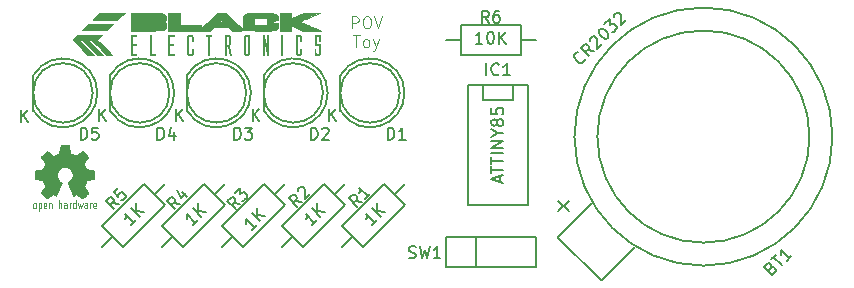
<source format=gto>
G04 #@! TF.FileFunction,Legend,Top*
%FSLAX46Y46*%
G04 Gerber Fmt 4.6, Leading zero omitted, Abs format (unit mm)*
G04 Created by KiCad (PCBNEW 4.0.3-stable) date 10/29/16 15:55:36*
%MOMM*%
%LPD*%
G01*
G04 APERTURE LIST*
%ADD10C,0.100000*%
%ADD11C,0.150000*%
%ADD12C,0.075000*%
%ADD13C,0.002540*%
G04 APERTURE END LIST*
D10*
X153725714Y-87028381D02*
X153725714Y-86028381D01*
X154106667Y-86028381D01*
X154201905Y-86076000D01*
X154249524Y-86123619D01*
X154297143Y-86218857D01*
X154297143Y-86361714D01*
X154249524Y-86456952D01*
X154201905Y-86504571D01*
X154106667Y-86552190D01*
X153725714Y-86552190D01*
X154916190Y-86028381D02*
X155106667Y-86028381D01*
X155201905Y-86076000D01*
X155297143Y-86171238D01*
X155344762Y-86361714D01*
X155344762Y-86695048D01*
X155297143Y-86885524D01*
X155201905Y-86980762D01*
X155106667Y-87028381D01*
X154916190Y-87028381D01*
X154820952Y-86980762D01*
X154725714Y-86885524D01*
X154678095Y-86695048D01*
X154678095Y-86361714D01*
X154725714Y-86171238D01*
X154820952Y-86076000D01*
X154916190Y-86028381D01*
X155630476Y-86028381D02*
X155963809Y-87028381D01*
X156297143Y-86028381D01*
X153820952Y-87628381D02*
X154392381Y-87628381D01*
X154106666Y-88628381D02*
X154106666Y-87628381D01*
X154868571Y-88628381D02*
X154773333Y-88580762D01*
X154725714Y-88533143D01*
X154678095Y-88437905D01*
X154678095Y-88152190D01*
X154725714Y-88056952D01*
X154773333Y-88009333D01*
X154868571Y-87961714D01*
X155011429Y-87961714D01*
X155106667Y-88009333D01*
X155154286Y-88056952D01*
X155201905Y-88152190D01*
X155201905Y-88437905D01*
X155154286Y-88533143D01*
X155106667Y-88580762D01*
X155011429Y-88628381D01*
X154868571Y-88628381D01*
X155535238Y-87961714D02*
X155773333Y-88628381D01*
X156011429Y-87961714D02*
X155773333Y-88628381D01*
X155678095Y-88866476D01*
X155630476Y-88914095D01*
X155535238Y-88961714D01*
D11*
X152785112Y-94024904D02*
G75*
G03X152770000Y-91000000I2484888J1524904D01*
G01*
X152770000Y-94000000D02*
X152770000Y-91000000D01*
X157787936Y-92500000D02*
G75*
G03X157787936Y-92500000I-2517936J0D01*
G01*
X146285112Y-94024904D02*
G75*
G03X146270000Y-91000000I2484888J1524904D01*
G01*
X146270000Y-94000000D02*
X146270000Y-91000000D01*
X151287936Y-92500000D02*
G75*
G03X151287936Y-92500000I-2517936J0D01*
G01*
X139785112Y-94024904D02*
G75*
G03X139770000Y-91000000I2484888J1524904D01*
G01*
X139770000Y-94000000D02*
X139770000Y-91000000D01*
X144787936Y-92500000D02*
G75*
G03X144787936Y-92500000I-2517936J0D01*
G01*
X133285112Y-94024904D02*
G75*
G03X133270000Y-91000000I2484888J1524904D01*
G01*
X133270000Y-94000000D02*
X133270000Y-91000000D01*
X138287936Y-92500000D02*
G75*
G03X138287936Y-92500000I-2517936J0D01*
G01*
X126785112Y-94024904D02*
G75*
G03X126770000Y-91000000I2484888J1524904D01*
G01*
X126770000Y-94000000D02*
X126770000Y-91000000D01*
X131787936Y-92500000D02*
G75*
G03X131787936Y-92500000I-2517936J0D01*
G01*
X167370000Y-91820000D02*
X167370000Y-93090000D01*
X167370000Y-93090000D02*
X164830000Y-93090000D01*
X164830000Y-93090000D02*
X164830000Y-91820000D01*
X168640000Y-91820000D02*
X168640000Y-101980000D01*
X168640000Y-101980000D02*
X163560000Y-101980000D01*
X163560000Y-101980000D02*
X163560000Y-91820000D01*
X163560000Y-91820000D02*
X168640000Y-91820000D01*
X162960000Y-86730000D02*
X168040000Y-86730000D01*
X168040000Y-86730000D02*
X168040000Y-89270000D01*
X168040000Y-89270000D02*
X162960000Y-89270000D01*
X162960000Y-89270000D02*
X162960000Y-86730000D01*
X162960000Y-88000000D02*
X161690000Y-88000000D01*
X168040000Y-88000000D02*
X169310000Y-88000000D01*
X161690000Y-107270000D02*
X161690000Y-104730000D01*
X161690000Y-104730000D02*
X169310000Y-104730000D01*
X169310000Y-104730000D02*
X169310000Y-107270000D01*
X169310000Y-107270000D02*
X161690000Y-107270000D01*
X164230000Y-104730000D02*
X164230000Y-107270000D01*
X174873297Y-108362237D02*
X177701724Y-105533810D01*
X171196342Y-104685281D02*
X174095480Y-101786144D01*
X172080225Y-102514464D02*
X171182200Y-101616438D01*
X172080225Y-101616438D02*
X171182200Y-102514464D01*
X174799051Y-108351630D02*
X171206949Y-104759528D01*
X192480256Y-96200000D02*
G75*
G03X192480256Y-96200000I-8980256J0D01*
G01*
X194424953Y-96200000D02*
G75*
G03X194424953Y-96200000I-10924953J0D01*
G01*
X152880923Y-103768026D02*
X156473026Y-100175923D01*
X156473026Y-100175923D02*
X158269077Y-101971974D01*
X158269077Y-101971974D02*
X154676974Y-105564077D01*
X154676974Y-105564077D02*
X152880923Y-103768026D01*
X153778949Y-104666051D02*
X152880923Y-105564077D01*
X157371051Y-101073949D02*
X158269077Y-100175923D01*
X147800923Y-103768026D02*
X151393026Y-100175923D01*
X151393026Y-100175923D02*
X153189077Y-101971974D01*
X153189077Y-101971974D02*
X149596974Y-105564077D01*
X149596974Y-105564077D02*
X147800923Y-103768026D01*
X148698949Y-104666051D02*
X147800923Y-105564077D01*
X152291051Y-101073949D02*
X153189077Y-100175923D01*
X142720923Y-103768026D02*
X146313026Y-100175923D01*
X146313026Y-100175923D02*
X148109077Y-101971974D01*
X148109077Y-101971974D02*
X144516974Y-105564077D01*
X144516974Y-105564077D02*
X142720923Y-103768026D01*
X143618949Y-104666051D02*
X142720923Y-105564077D01*
X147211051Y-101073949D02*
X148109077Y-100175923D01*
X137640923Y-103768026D02*
X141233026Y-100175923D01*
X141233026Y-100175923D02*
X143029077Y-101971974D01*
X143029077Y-101971974D02*
X139436974Y-105564077D01*
X139436974Y-105564077D02*
X137640923Y-103768026D01*
X138538949Y-104666051D02*
X137640923Y-105564077D01*
X142131051Y-101073949D02*
X143029077Y-100175923D01*
X132560923Y-103768026D02*
X136153026Y-100175923D01*
X136153026Y-100175923D02*
X137949077Y-101971974D01*
X137949077Y-101971974D02*
X134356974Y-105564077D01*
X134356974Y-105564077D02*
X132560923Y-103768026D01*
X133458949Y-104666051D02*
X132560923Y-105564077D01*
X137051051Y-101073949D02*
X137949077Y-100175923D01*
D10*
G36*
X135487229Y-89281000D02*
X135262258Y-89281000D01*
X135037286Y-89281000D01*
X135037286Y-88442800D01*
X135037286Y-87604600D01*
X135255000Y-87604600D01*
X135472715Y-87604600D01*
X135472715Y-87640885D01*
X135472715Y-87677171D01*
X135291286Y-87677171D01*
X135109858Y-87677171D01*
X135109858Y-88029142D01*
X135109858Y-88381114D01*
X135276772Y-88381114D01*
X135443686Y-88381114D01*
X135443686Y-88421028D01*
X135443686Y-88460942D01*
X135276772Y-88460942D01*
X135109858Y-88460942D01*
X135109858Y-88831057D01*
X135109858Y-89201171D01*
X135298543Y-89201171D01*
X135487229Y-89201171D01*
X135487229Y-89241085D01*
X135487229Y-89281000D01*
X135487229Y-89281000D01*
X135487229Y-89281000D01*
G37*
X135487229Y-89281000D02*
X135262258Y-89281000D01*
X135037286Y-89281000D01*
X135037286Y-88442800D01*
X135037286Y-87604600D01*
X135255000Y-87604600D01*
X135472715Y-87604600D01*
X135472715Y-87640885D01*
X135472715Y-87677171D01*
X135291286Y-87677171D01*
X135109858Y-87677171D01*
X135109858Y-88029142D01*
X135109858Y-88381114D01*
X135276772Y-88381114D01*
X135443686Y-88381114D01*
X135443686Y-88421028D01*
X135443686Y-88460942D01*
X135276772Y-88460942D01*
X135109858Y-88460942D01*
X135109858Y-88831057D01*
X135109858Y-89201171D01*
X135298543Y-89201171D01*
X135487229Y-89201171D01*
X135487229Y-89241085D01*
X135487229Y-89281000D01*
X135487229Y-89281000D01*
G36*
X137083800Y-89281000D02*
X136858829Y-89281000D01*
X136633858Y-89281000D01*
X136633858Y-88897568D01*
X136633767Y-88814892D01*
X136633506Y-88720759D01*
X136633093Y-88618225D01*
X136632545Y-88510345D01*
X136631879Y-88400176D01*
X136631114Y-88290774D01*
X136630266Y-88185194D01*
X136629353Y-88086492D01*
X136629038Y-88055739D01*
X136624219Y-87597342D01*
X136665324Y-87597342D01*
X136706429Y-87597342D01*
X136706429Y-88399257D01*
X136706429Y-89201171D01*
X136890579Y-89201171D01*
X137074729Y-89201171D01*
X137079265Y-89223850D01*
X137082596Y-89246080D01*
X137083800Y-89263764D01*
X137083800Y-89281000D01*
X137083800Y-89281000D01*
X137083800Y-89281000D01*
G37*
X137083800Y-89281000D02*
X136858829Y-89281000D01*
X136633858Y-89281000D01*
X136633858Y-88897568D01*
X136633767Y-88814892D01*
X136633506Y-88720759D01*
X136633093Y-88618225D01*
X136632545Y-88510345D01*
X136631879Y-88400176D01*
X136631114Y-88290774D01*
X136630266Y-88185194D01*
X136629353Y-88086492D01*
X136629038Y-88055739D01*
X136624219Y-87597342D01*
X136665324Y-87597342D01*
X136706429Y-87597342D01*
X136706429Y-88399257D01*
X136706429Y-89201171D01*
X136890579Y-89201171D01*
X137074729Y-89201171D01*
X137079265Y-89223850D01*
X137082596Y-89246080D01*
X137083800Y-89263764D01*
X137083800Y-89281000D01*
X137083800Y-89281000D01*
G36*
X138651343Y-89281000D02*
X138426372Y-89281000D01*
X138201400Y-89281000D01*
X138201400Y-88442800D01*
X138201400Y-87604600D01*
X138419115Y-87604600D01*
X138636829Y-87604600D01*
X138636829Y-87640885D01*
X138636829Y-87677171D01*
X138455331Y-87677171D01*
X138273832Y-87677171D01*
X138275716Y-88027328D01*
X138277600Y-88377485D01*
X138442700Y-88379436D01*
X138607800Y-88381386D01*
X138607800Y-88421164D01*
X138607800Y-88460942D01*
X138440886Y-88460942D01*
X138273972Y-88460942D01*
X138273972Y-88831057D01*
X138273972Y-89201171D01*
X138462658Y-89201171D01*
X138651343Y-89201171D01*
X138651343Y-89241085D01*
X138651343Y-89281000D01*
X138651343Y-89281000D01*
X138651343Y-89281000D01*
G37*
X138651343Y-89281000D02*
X138426372Y-89281000D01*
X138201400Y-89281000D01*
X138201400Y-88442800D01*
X138201400Y-87604600D01*
X138419115Y-87604600D01*
X138636829Y-87604600D01*
X138636829Y-87640885D01*
X138636829Y-87677171D01*
X138455331Y-87677171D01*
X138273832Y-87677171D01*
X138275716Y-88027328D01*
X138277600Y-88377485D01*
X138442700Y-88379436D01*
X138607800Y-88381386D01*
X138607800Y-88421164D01*
X138607800Y-88460942D01*
X138440886Y-88460942D01*
X138273972Y-88460942D01*
X138273972Y-88831057D01*
X138273972Y-89201171D01*
X138462658Y-89201171D01*
X138651343Y-89201171D01*
X138651343Y-89241085D01*
X138651343Y-89281000D01*
X138651343Y-89281000D01*
G36*
X140248732Y-88127114D02*
X140216281Y-88127114D01*
X140183829Y-88127114D01*
X140181359Y-87932985D01*
X140180508Y-87873644D01*
X140179556Y-87827005D01*
X140178373Y-87791256D01*
X140176830Y-87764584D01*
X140174798Y-87745177D01*
X140172145Y-87731223D01*
X140168744Y-87720909D01*
X140165748Y-87714699D01*
X140153030Y-87696648D01*
X140136098Y-87683857D01*
X140112682Y-87675674D01*
X140080510Y-87671448D01*
X140037313Y-87670526D01*
X140013591Y-87671018D01*
X139927391Y-87673563D01*
X139906864Y-87696537D01*
X139889533Y-87724075D01*
X139878255Y-87758437D01*
X139876718Y-87771517D01*
X139875394Y-87795191D01*
X139874279Y-87829875D01*
X139873370Y-87875990D01*
X139872663Y-87933953D01*
X139872155Y-88004183D01*
X139871842Y-88087099D01*
X139871720Y-88183119D01*
X139871786Y-88292662D01*
X139872037Y-88416148D01*
X139872173Y-88464795D01*
X139872519Y-88578291D01*
X139872849Y-88678181D01*
X139873185Y-88765372D01*
X139873549Y-88840771D01*
X139873963Y-88905286D01*
X139874449Y-88959825D01*
X139875029Y-89005294D01*
X139875724Y-89042603D01*
X139876557Y-89072657D01*
X139877550Y-89096365D01*
X139878725Y-89114634D01*
X139880104Y-89128372D01*
X139881707Y-89138487D01*
X139883559Y-89145885D01*
X139885680Y-89151475D01*
X139888092Y-89156164D01*
X139888933Y-89157628D01*
X139904366Y-89178602D01*
X139923959Y-89193227D01*
X139950295Y-89202442D01*
X139985963Y-89207189D01*
X140028619Y-89208417D01*
X140066552Y-89208087D01*
X140097311Y-89206168D01*
X140121647Y-89201282D01*
X140140313Y-89192053D01*
X140154059Y-89177105D01*
X140163639Y-89155060D01*
X140169804Y-89124543D01*
X140173306Y-89084176D01*
X140174896Y-89032584D01*
X140175327Y-88968388D01*
X140175343Y-88939767D01*
X140175343Y-88751228D01*
X140208000Y-88751228D01*
X140240658Y-88751228D01*
X140240658Y-88960384D01*
X140240658Y-89169540D01*
X140220700Y-89208570D01*
X140208329Y-89231569D01*
X140196460Y-89248782D01*
X140182798Y-89261081D01*
X140165047Y-89269338D01*
X140140913Y-89274423D01*
X140108101Y-89277208D01*
X140064316Y-89278563D01*
X140035137Y-89279010D01*
X139976512Y-89279163D01*
X139931976Y-89277882D01*
X139901173Y-89275149D01*
X139885746Y-89271753D01*
X139856827Y-89253982D01*
X139832350Y-89224165D01*
X139813932Y-89184488D01*
X139808952Y-89167654D01*
X139807048Y-89158867D01*
X139805377Y-89147770D01*
X139803925Y-89133479D01*
X139802684Y-89115105D01*
X139801641Y-89091762D01*
X139800786Y-89062563D01*
X139800107Y-89026621D01*
X139799594Y-88983049D01*
X139799234Y-88930960D01*
X139799018Y-88869468D01*
X139798934Y-88797685D01*
X139798971Y-88714725D01*
X139799118Y-88619701D01*
X139799364Y-88511726D01*
X139799611Y-88420169D01*
X139801600Y-87717085D01*
X139821908Y-87675732D01*
X139835881Y-87649933D01*
X139850474Y-87630774D01*
X139868108Y-87617215D01*
X139891204Y-87608216D01*
X139922183Y-87602738D01*
X139963465Y-87599741D01*
X140001652Y-87598518D01*
X140047978Y-87598108D01*
X140088160Y-87599049D01*
X140119330Y-87601220D01*
X140137394Y-87604152D01*
X140176807Y-87622087D01*
X140209859Y-87652211D01*
X140228276Y-87679898D01*
X140232938Y-87689236D01*
X140236625Y-87699021D01*
X140239472Y-87711051D01*
X140241618Y-87727128D01*
X140243201Y-87749051D01*
X140244357Y-87778619D01*
X140245224Y-87817634D01*
X140245941Y-87867894D01*
X140246509Y-87918471D01*
X140248732Y-88127114D01*
X140248732Y-88127114D01*
X140248732Y-88127114D01*
G37*
X140248732Y-88127114D02*
X140216281Y-88127114D01*
X140183829Y-88127114D01*
X140181359Y-87932985D01*
X140180508Y-87873644D01*
X140179556Y-87827005D01*
X140178373Y-87791256D01*
X140176830Y-87764584D01*
X140174798Y-87745177D01*
X140172145Y-87731223D01*
X140168744Y-87720909D01*
X140165748Y-87714699D01*
X140153030Y-87696648D01*
X140136098Y-87683857D01*
X140112682Y-87675674D01*
X140080510Y-87671448D01*
X140037313Y-87670526D01*
X140013591Y-87671018D01*
X139927391Y-87673563D01*
X139906864Y-87696537D01*
X139889533Y-87724075D01*
X139878255Y-87758437D01*
X139876718Y-87771517D01*
X139875394Y-87795191D01*
X139874279Y-87829875D01*
X139873370Y-87875990D01*
X139872663Y-87933953D01*
X139872155Y-88004183D01*
X139871842Y-88087099D01*
X139871720Y-88183119D01*
X139871786Y-88292662D01*
X139872037Y-88416148D01*
X139872173Y-88464795D01*
X139872519Y-88578291D01*
X139872849Y-88678181D01*
X139873185Y-88765372D01*
X139873549Y-88840771D01*
X139873963Y-88905286D01*
X139874449Y-88959825D01*
X139875029Y-89005294D01*
X139875724Y-89042603D01*
X139876557Y-89072657D01*
X139877550Y-89096365D01*
X139878725Y-89114634D01*
X139880104Y-89128372D01*
X139881707Y-89138487D01*
X139883559Y-89145885D01*
X139885680Y-89151475D01*
X139888092Y-89156164D01*
X139888933Y-89157628D01*
X139904366Y-89178602D01*
X139923959Y-89193227D01*
X139950295Y-89202442D01*
X139985963Y-89207189D01*
X140028619Y-89208417D01*
X140066552Y-89208087D01*
X140097311Y-89206168D01*
X140121647Y-89201282D01*
X140140313Y-89192053D01*
X140154059Y-89177105D01*
X140163639Y-89155060D01*
X140169804Y-89124543D01*
X140173306Y-89084176D01*
X140174896Y-89032584D01*
X140175327Y-88968388D01*
X140175343Y-88939767D01*
X140175343Y-88751228D01*
X140208000Y-88751228D01*
X140240658Y-88751228D01*
X140240658Y-88960384D01*
X140240658Y-89169540D01*
X140220700Y-89208570D01*
X140208329Y-89231569D01*
X140196460Y-89248782D01*
X140182798Y-89261081D01*
X140165047Y-89269338D01*
X140140913Y-89274423D01*
X140108101Y-89277208D01*
X140064316Y-89278563D01*
X140035137Y-89279010D01*
X139976512Y-89279163D01*
X139931976Y-89277882D01*
X139901173Y-89275149D01*
X139885746Y-89271753D01*
X139856827Y-89253982D01*
X139832350Y-89224165D01*
X139813932Y-89184488D01*
X139808952Y-89167654D01*
X139807048Y-89158867D01*
X139805377Y-89147770D01*
X139803925Y-89133479D01*
X139802684Y-89115105D01*
X139801641Y-89091762D01*
X139800786Y-89062563D01*
X139800107Y-89026621D01*
X139799594Y-88983049D01*
X139799234Y-88930960D01*
X139799018Y-88869468D01*
X139798934Y-88797685D01*
X139798971Y-88714725D01*
X139799118Y-88619701D01*
X139799364Y-88511726D01*
X139799611Y-88420169D01*
X139801600Y-87717085D01*
X139821908Y-87675732D01*
X139835881Y-87649933D01*
X139850474Y-87630774D01*
X139868108Y-87617215D01*
X139891204Y-87608216D01*
X139922183Y-87602738D01*
X139963465Y-87599741D01*
X140001652Y-87598518D01*
X140047978Y-87598108D01*
X140088160Y-87599049D01*
X140119330Y-87601220D01*
X140137394Y-87604152D01*
X140176807Y-87622087D01*
X140209859Y-87652211D01*
X140228276Y-87679898D01*
X140232938Y-87689236D01*
X140236625Y-87699021D01*
X140239472Y-87711051D01*
X140241618Y-87727128D01*
X140243201Y-87749051D01*
X140244357Y-87778619D01*
X140245224Y-87817634D01*
X140245941Y-87867894D01*
X140246509Y-87918471D01*
X140248732Y-88127114D01*
X140248732Y-88127114D01*
G36*
X141837229Y-87677171D02*
X141739258Y-87677171D01*
X141641286Y-87677171D01*
X141641286Y-88479085D01*
X141641286Y-89281000D01*
X141608629Y-89281000D01*
X141575972Y-89281000D01*
X141575972Y-88479085D01*
X141575972Y-87677171D01*
X141481629Y-87677171D01*
X141387286Y-87677171D01*
X141387286Y-87640885D01*
X141387286Y-87604600D01*
X141612258Y-87604600D01*
X141837229Y-87604600D01*
X141837229Y-87640885D01*
X141837229Y-87677171D01*
X141837229Y-87677171D01*
X141837229Y-87677171D01*
G37*
X141837229Y-87677171D02*
X141739258Y-87677171D01*
X141641286Y-87677171D01*
X141641286Y-88479085D01*
X141641286Y-89281000D01*
X141608629Y-89281000D01*
X141575972Y-89281000D01*
X141575972Y-88479085D01*
X141575972Y-87677171D01*
X141481629Y-87677171D01*
X141387286Y-87677171D01*
X141387286Y-87640885D01*
X141387286Y-87604600D01*
X141612258Y-87604600D01*
X141837229Y-87604600D01*
X141837229Y-87640885D01*
X141837229Y-87677171D01*
X141837229Y-87677171D01*
G36*
X143482205Y-89275378D02*
X143475936Y-89279225D01*
X143460156Y-89280777D01*
X143442036Y-89281000D01*
X143416608Y-89280169D01*
X143402248Y-89277072D01*
X143395574Y-89270804D01*
X143394604Y-89268300D01*
X143392035Y-89257726D01*
X143387000Y-89235165D01*
X143379979Y-89202844D01*
X143371455Y-89162987D01*
X143361909Y-89117820D01*
X143357322Y-89095942D01*
X143339872Y-89013856D01*
X143322617Y-88935221D01*
X143305925Y-88861584D01*
X143290168Y-88794492D01*
X143275716Y-88735493D01*
X143262939Y-88686134D01*
X143252208Y-88647962D01*
X143244053Y-88622948D01*
X143231273Y-88595416D01*
X143215254Y-88569748D01*
X143204766Y-88557100D01*
X143192293Y-88545380D01*
X143180933Y-88538368D01*
X143166474Y-88534859D01*
X143144707Y-88533644D01*
X143122469Y-88533514D01*
X143063686Y-88533514D01*
X143063686Y-88907257D01*
X143063686Y-89281000D01*
X143031029Y-89281000D01*
X142998372Y-89281000D01*
X142998372Y-88438324D01*
X142998372Y-87595648D01*
X143141873Y-87598472D01*
X143191006Y-87599497D01*
X143227975Y-87600569D01*
X143255125Y-87601991D01*
X143274804Y-87604065D01*
X143289358Y-87607096D01*
X143301135Y-87611386D01*
X143312481Y-87617236D01*
X143319720Y-87621424D01*
X143346429Y-87642534D01*
X143369190Y-87672877D01*
X143388635Y-87713768D01*
X143405394Y-87766521D01*
X143419545Y-87829571D01*
X143426112Y-87873925D01*
X143431113Y-87928485D01*
X143434365Y-87989008D01*
X143435686Y-88051253D01*
X143434893Y-88110978D01*
X143433185Y-88146016D01*
X143423686Y-88238895D01*
X143408325Y-88319206D01*
X143387168Y-88386776D01*
X143364488Y-88432882D01*
X143364488Y-88025514D01*
X143363491Y-87944998D01*
X143359828Y-87877416D01*
X143353145Y-87821369D01*
X143343090Y-87775463D01*
X143329307Y-87738301D01*
X143311443Y-87708486D01*
X143289143Y-87684623D01*
X143275339Y-87673865D01*
X143261485Y-87664606D01*
X143248912Y-87658276D01*
X143234354Y-87654213D01*
X143214539Y-87651754D01*
X143186201Y-87650234D01*
X143153782Y-87649210D01*
X143063686Y-87646650D01*
X143063686Y-88057063D01*
X143063686Y-88467475D01*
X143105415Y-88470230D01*
X143143084Y-88471314D01*
X143180196Y-88469966D01*
X143212598Y-88466522D01*
X143236139Y-88461320D01*
X143241486Y-88459162D01*
X143266834Y-88443078D01*
X143288053Y-88421191D01*
X143306082Y-88391680D01*
X143321860Y-88352726D01*
X143336328Y-88302509D01*
X143347357Y-88254114D01*
X143353398Y-88223285D01*
X143357841Y-88194560D01*
X143360929Y-88164733D01*
X143362900Y-88130602D01*
X143363995Y-88088960D01*
X143364454Y-88036605D01*
X143364488Y-88025514D01*
X143364488Y-88432882D01*
X143360282Y-88441433D01*
X143327734Y-88483004D01*
X143292730Y-88509607D01*
X143287770Y-88514455D01*
X143287603Y-88522960D01*
X143292922Y-88538026D01*
X143304425Y-88562556D01*
X143306343Y-88566455D01*
X143316649Y-88588511D01*
X143326378Y-88612177D01*
X143335923Y-88638916D01*
X143345677Y-88670186D01*
X143356032Y-88707449D01*
X143367382Y-88752164D01*
X143380120Y-88805792D01*
X143394639Y-88869794D01*
X143411333Y-88945629D01*
X143423457Y-89001600D01*
X143436228Y-89060705D01*
X143448147Y-89115645D01*
X143458844Y-89164722D01*
X143467945Y-89206242D01*
X143475081Y-89238511D01*
X143479879Y-89259831D01*
X143481904Y-89268300D01*
X143482205Y-89275378D01*
X143482205Y-89275378D01*
X143482205Y-89275378D01*
G37*
X143482205Y-89275378D02*
X143475936Y-89279225D01*
X143460156Y-89280777D01*
X143442036Y-89281000D01*
X143416608Y-89280169D01*
X143402248Y-89277072D01*
X143395574Y-89270804D01*
X143394604Y-89268300D01*
X143392035Y-89257726D01*
X143387000Y-89235165D01*
X143379979Y-89202844D01*
X143371455Y-89162987D01*
X143361909Y-89117820D01*
X143357322Y-89095942D01*
X143339872Y-89013856D01*
X143322617Y-88935221D01*
X143305925Y-88861584D01*
X143290168Y-88794492D01*
X143275716Y-88735493D01*
X143262939Y-88686134D01*
X143252208Y-88647962D01*
X143244053Y-88622948D01*
X143231273Y-88595416D01*
X143215254Y-88569748D01*
X143204766Y-88557100D01*
X143192293Y-88545380D01*
X143180933Y-88538368D01*
X143166474Y-88534859D01*
X143144707Y-88533644D01*
X143122469Y-88533514D01*
X143063686Y-88533514D01*
X143063686Y-88907257D01*
X143063686Y-89281000D01*
X143031029Y-89281000D01*
X142998372Y-89281000D01*
X142998372Y-88438324D01*
X142998372Y-87595648D01*
X143141873Y-87598472D01*
X143191006Y-87599497D01*
X143227975Y-87600569D01*
X143255125Y-87601991D01*
X143274804Y-87604065D01*
X143289358Y-87607096D01*
X143301135Y-87611386D01*
X143312481Y-87617236D01*
X143319720Y-87621424D01*
X143346429Y-87642534D01*
X143369190Y-87672877D01*
X143388635Y-87713768D01*
X143405394Y-87766521D01*
X143419545Y-87829571D01*
X143426112Y-87873925D01*
X143431113Y-87928485D01*
X143434365Y-87989008D01*
X143435686Y-88051253D01*
X143434893Y-88110978D01*
X143433185Y-88146016D01*
X143423686Y-88238895D01*
X143408325Y-88319206D01*
X143387168Y-88386776D01*
X143364488Y-88432882D01*
X143364488Y-88025514D01*
X143363491Y-87944998D01*
X143359828Y-87877416D01*
X143353145Y-87821369D01*
X143343090Y-87775463D01*
X143329307Y-87738301D01*
X143311443Y-87708486D01*
X143289143Y-87684623D01*
X143275339Y-87673865D01*
X143261485Y-87664606D01*
X143248912Y-87658276D01*
X143234354Y-87654213D01*
X143214539Y-87651754D01*
X143186201Y-87650234D01*
X143153782Y-87649210D01*
X143063686Y-87646650D01*
X143063686Y-88057063D01*
X143063686Y-88467475D01*
X143105415Y-88470230D01*
X143143084Y-88471314D01*
X143180196Y-88469966D01*
X143212598Y-88466522D01*
X143236139Y-88461320D01*
X143241486Y-88459162D01*
X143266834Y-88443078D01*
X143288053Y-88421191D01*
X143306082Y-88391680D01*
X143321860Y-88352726D01*
X143336328Y-88302509D01*
X143347357Y-88254114D01*
X143353398Y-88223285D01*
X143357841Y-88194560D01*
X143360929Y-88164733D01*
X143362900Y-88130602D01*
X143363995Y-88088960D01*
X143364454Y-88036605D01*
X143364488Y-88025514D01*
X143364488Y-88432882D01*
X143360282Y-88441433D01*
X143327734Y-88483004D01*
X143292730Y-88509607D01*
X143287770Y-88514455D01*
X143287603Y-88522960D01*
X143292922Y-88538026D01*
X143304425Y-88562556D01*
X143306343Y-88566455D01*
X143316649Y-88588511D01*
X143326378Y-88612177D01*
X143335923Y-88638916D01*
X143345677Y-88670186D01*
X143356032Y-88707449D01*
X143367382Y-88752164D01*
X143380120Y-88805792D01*
X143394639Y-88869794D01*
X143411333Y-88945629D01*
X143423457Y-89001600D01*
X143436228Y-89060705D01*
X143448147Y-89115645D01*
X143458844Y-89164722D01*
X143467945Y-89206242D01*
X143475081Y-89238511D01*
X143479879Y-89259831D01*
X143481904Y-89268300D01*
X143482205Y-89275378D01*
X143482205Y-89275378D01*
G36*
X145034000Y-89161257D02*
X145018336Y-89190285D01*
X144989385Y-89230828D01*
X144968747Y-89247568D01*
X144968747Y-88208631D01*
X144968728Y-88114853D01*
X144968591Y-88033079D01*
X144968274Y-87962470D01*
X144967712Y-87902190D01*
X144966843Y-87851401D01*
X144965603Y-87809267D01*
X144963929Y-87774951D01*
X144961757Y-87747615D01*
X144959023Y-87726422D01*
X144955666Y-87710535D01*
X144951620Y-87699118D01*
X144946823Y-87691332D01*
X144941212Y-87686342D01*
X144934723Y-87683309D01*
X144927292Y-87681397D01*
X144918857Y-87679769D01*
X144911342Y-87678107D01*
X144886207Y-87673876D01*
X144853499Y-87671253D01*
X144817184Y-87670219D01*
X144781224Y-87670753D01*
X144749583Y-87672837D01*
X144726224Y-87676448D01*
X144718315Y-87679092D01*
X144704856Y-87690561D01*
X144690081Y-87710207D01*
X144682029Y-87724342D01*
X144663886Y-87760628D01*
X144661743Y-88405049D01*
X144661458Y-88515474D01*
X144661354Y-88618969D01*
X144661426Y-88714706D01*
X144661668Y-88801857D01*
X144662075Y-88879596D01*
X144662639Y-88947093D01*
X144663357Y-89003522D01*
X144664222Y-89048054D01*
X144665228Y-89079863D01*
X144666369Y-89098119D01*
X144666567Y-89099745D01*
X144676578Y-89144188D01*
X144692706Y-89175886D01*
X144715300Y-89195411D01*
X144727811Y-89200419D01*
X144748697Y-89204135D01*
X144778353Y-89206505D01*
X144812876Y-89207554D01*
X144848361Y-89207304D01*
X144880903Y-89205781D01*
X144906598Y-89203008D01*
X144921117Y-89199233D01*
X144936471Y-89187045D01*
X144951476Y-89168566D01*
X144953775Y-89164869D01*
X144956247Y-89160447D01*
X144958429Y-89155523D01*
X144960341Y-89149216D01*
X144961998Y-89140643D01*
X144963421Y-89128922D01*
X144964625Y-89113172D01*
X144965631Y-89092512D01*
X144966455Y-89066058D01*
X144967116Y-89032929D01*
X144967631Y-88992244D01*
X144968019Y-88943119D01*
X144968298Y-88884675D01*
X144968486Y-88816028D01*
X144968601Y-88736297D01*
X144968660Y-88644600D01*
X144968683Y-88540055D01*
X144968686Y-88435542D01*
X144968712Y-88315248D01*
X144968747Y-88208631D01*
X144968747Y-89247568D01*
X144952856Y-89260459D01*
X144934448Y-89269729D01*
X144914757Y-89274574D01*
X144884311Y-89278123D01*
X144846628Y-89280364D01*
X144805222Y-89281283D01*
X144763610Y-89280871D01*
X144725305Y-89279113D01*
X144693826Y-89276000D01*
X144672686Y-89271518D01*
X144670390Y-89270626D01*
X144650381Y-89257643D01*
X144632799Y-89239643D01*
X144632138Y-89238733D01*
X144626140Y-89230395D01*
X144620823Y-89222636D01*
X144616148Y-89214575D01*
X144612071Y-89205333D01*
X144608553Y-89194028D01*
X144605552Y-89179779D01*
X144603027Y-89161707D01*
X144600937Y-89138930D01*
X144599242Y-89110569D01*
X144597899Y-89075742D01*
X144596869Y-89033569D01*
X144596109Y-88983170D01*
X144595580Y-88923664D01*
X144595239Y-88854171D01*
X144595046Y-88773809D01*
X144594959Y-88681699D01*
X144594939Y-88576959D01*
X144594943Y-88458710D01*
X144594943Y-88440915D01*
X144594996Y-88312170D01*
X144595158Y-88197388D01*
X144595435Y-88096017D01*
X144595835Y-88007507D01*
X144596362Y-87931307D01*
X144597024Y-87866864D01*
X144597827Y-87813629D01*
X144598776Y-87771050D01*
X144599879Y-87738575D01*
X144601141Y-87715655D01*
X144602568Y-87701736D01*
X144603366Y-87697915D01*
X144613452Y-87675086D01*
X144629040Y-87650376D01*
X144636175Y-87641313D01*
X144652188Y-87625691D01*
X144671272Y-87613997D01*
X144695509Y-87605808D01*
X144726981Y-87600707D01*
X144767770Y-87598273D01*
X144819960Y-87598085D01*
X144847793Y-87598623D01*
X144897652Y-87600424D01*
X144935352Y-87603613D01*
X144963234Y-87608999D01*
X144983641Y-87617394D01*
X144998915Y-87629606D01*
X145011400Y-87646446D01*
X145017601Y-87657363D01*
X145034000Y-87688057D01*
X145034000Y-88424657D01*
X145034000Y-89161257D01*
X145034000Y-89161257D01*
X145034000Y-89161257D01*
G37*
X145034000Y-89161257D02*
X145018336Y-89190285D01*
X144989385Y-89230828D01*
X144968747Y-89247568D01*
X144968747Y-88208631D01*
X144968728Y-88114853D01*
X144968591Y-88033079D01*
X144968274Y-87962470D01*
X144967712Y-87902190D01*
X144966843Y-87851401D01*
X144965603Y-87809267D01*
X144963929Y-87774951D01*
X144961757Y-87747615D01*
X144959023Y-87726422D01*
X144955666Y-87710535D01*
X144951620Y-87699118D01*
X144946823Y-87691332D01*
X144941212Y-87686342D01*
X144934723Y-87683309D01*
X144927292Y-87681397D01*
X144918857Y-87679769D01*
X144911342Y-87678107D01*
X144886207Y-87673876D01*
X144853499Y-87671253D01*
X144817184Y-87670219D01*
X144781224Y-87670753D01*
X144749583Y-87672837D01*
X144726224Y-87676448D01*
X144718315Y-87679092D01*
X144704856Y-87690561D01*
X144690081Y-87710207D01*
X144682029Y-87724342D01*
X144663886Y-87760628D01*
X144661743Y-88405049D01*
X144661458Y-88515474D01*
X144661354Y-88618969D01*
X144661426Y-88714706D01*
X144661668Y-88801857D01*
X144662075Y-88879596D01*
X144662639Y-88947093D01*
X144663357Y-89003522D01*
X144664222Y-89048054D01*
X144665228Y-89079863D01*
X144666369Y-89098119D01*
X144666567Y-89099745D01*
X144676578Y-89144188D01*
X144692706Y-89175886D01*
X144715300Y-89195411D01*
X144727811Y-89200419D01*
X144748697Y-89204135D01*
X144778353Y-89206505D01*
X144812876Y-89207554D01*
X144848361Y-89207304D01*
X144880903Y-89205781D01*
X144906598Y-89203008D01*
X144921117Y-89199233D01*
X144936471Y-89187045D01*
X144951476Y-89168566D01*
X144953775Y-89164869D01*
X144956247Y-89160447D01*
X144958429Y-89155523D01*
X144960341Y-89149216D01*
X144961998Y-89140643D01*
X144963421Y-89128922D01*
X144964625Y-89113172D01*
X144965631Y-89092512D01*
X144966455Y-89066058D01*
X144967116Y-89032929D01*
X144967631Y-88992244D01*
X144968019Y-88943119D01*
X144968298Y-88884675D01*
X144968486Y-88816028D01*
X144968601Y-88736297D01*
X144968660Y-88644600D01*
X144968683Y-88540055D01*
X144968686Y-88435542D01*
X144968712Y-88315248D01*
X144968747Y-88208631D01*
X144968747Y-89247568D01*
X144952856Y-89260459D01*
X144934448Y-89269729D01*
X144914757Y-89274574D01*
X144884311Y-89278123D01*
X144846628Y-89280364D01*
X144805222Y-89281283D01*
X144763610Y-89280871D01*
X144725305Y-89279113D01*
X144693826Y-89276000D01*
X144672686Y-89271518D01*
X144670390Y-89270626D01*
X144650381Y-89257643D01*
X144632799Y-89239643D01*
X144632138Y-89238733D01*
X144626140Y-89230395D01*
X144620823Y-89222636D01*
X144616148Y-89214575D01*
X144612071Y-89205333D01*
X144608553Y-89194028D01*
X144605552Y-89179779D01*
X144603027Y-89161707D01*
X144600937Y-89138930D01*
X144599242Y-89110569D01*
X144597899Y-89075742D01*
X144596869Y-89033569D01*
X144596109Y-88983170D01*
X144595580Y-88923664D01*
X144595239Y-88854171D01*
X144595046Y-88773809D01*
X144594959Y-88681699D01*
X144594939Y-88576959D01*
X144594943Y-88458710D01*
X144594943Y-88440915D01*
X144594996Y-88312170D01*
X144595158Y-88197388D01*
X144595435Y-88096017D01*
X144595835Y-88007507D01*
X144596362Y-87931307D01*
X144597024Y-87866864D01*
X144597827Y-87813629D01*
X144598776Y-87771050D01*
X144599879Y-87738575D01*
X144601141Y-87715655D01*
X144602568Y-87701736D01*
X144603366Y-87697915D01*
X144613452Y-87675086D01*
X144629040Y-87650376D01*
X144636175Y-87641313D01*
X144652188Y-87625691D01*
X144671272Y-87613997D01*
X144695509Y-87605808D01*
X144726981Y-87600707D01*
X144767770Y-87598273D01*
X144819960Y-87598085D01*
X144847793Y-87598623D01*
X144897652Y-87600424D01*
X144935352Y-87603613D01*
X144963234Y-87608999D01*
X144983641Y-87617394D01*
X144998915Y-87629606D01*
X145011400Y-87646446D01*
X145017601Y-87657363D01*
X145034000Y-87688057D01*
X145034000Y-88424657D01*
X145034000Y-89161257D01*
X145034000Y-89161257D01*
G36*
X146634200Y-89281000D02*
X146603053Y-89281000D01*
X146571905Y-89281000D01*
X146421316Y-88626042D01*
X146399369Y-88530731D01*
X146378245Y-88439278D01*
X146358184Y-88352696D01*
X146339422Y-88272000D01*
X146322198Y-88198203D01*
X146306749Y-88132319D01*
X146293312Y-88075360D01*
X146282127Y-88028342D01*
X146273430Y-87992277D01*
X146267459Y-87968179D01*
X146264452Y-87957061D01*
X146264269Y-87956571D01*
X146263217Y-87961283D01*
X146262227Y-87979799D01*
X146261305Y-88011411D01*
X146260459Y-88055407D01*
X146259696Y-88111079D01*
X146259025Y-88177717D01*
X146258452Y-88254610D01*
X146257986Y-88341050D01*
X146257633Y-88436327D01*
X146257402Y-88539731D01*
X146257320Y-88611528D01*
X146256829Y-89281000D01*
X146220543Y-89281000D01*
X146184258Y-89281000D01*
X146184258Y-88442800D01*
X146184258Y-87604600D01*
X146222904Y-87604600D01*
X146261550Y-87604600D01*
X146404651Y-88226900D01*
X146426044Y-88319780D01*
X146446613Y-88408790D01*
X146466113Y-88492889D01*
X146484300Y-88571034D01*
X146500930Y-88642185D01*
X146515757Y-88705299D01*
X146528538Y-88759336D01*
X146539027Y-88803254D01*
X146546980Y-88836012D01*
X146552152Y-88856568D01*
X146554199Y-88863714D01*
X146555273Y-88859061D01*
X146556283Y-88840626D01*
X146557221Y-88809139D01*
X146558080Y-88765332D01*
X146558850Y-88709936D01*
X146559523Y-88643683D01*
X146560093Y-88567303D01*
X146560550Y-88481528D01*
X146560886Y-88387089D01*
X146561093Y-88284718D01*
X146561138Y-88241414D01*
X146561629Y-87604600D01*
X146597915Y-87604600D01*
X146634200Y-87604600D01*
X146634200Y-88442800D01*
X146634200Y-89281000D01*
X146634200Y-89281000D01*
X146634200Y-89281000D01*
G37*
X146634200Y-89281000D02*
X146603053Y-89281000D01*
X146571905Y-89281000D01*
X146421316Y-88626042D01*
X146399369Y-88530731D01*
X146378245Y-88439278D01*
X146358184Y-88352696D01*
X146339422Y-88272000D01*
X146322198Y-88198203D01*
X146306749Y-88132319D01*
X146293312Y-88075360D01*
X146282127Y-88028342D01*
X146273430Y-87992277D01*
X146267459Y-87968179D01*
X146264452Y-87957061D01*
X146264269Y-87956571D01*
X146263217Y-87961283D01*
X146262227Y-87979799D01*
X146261305Y-88011411D01*
X146260459Y-88055407D01*
X146259696Y-88111079D01*
X146259025Y-88177717D01*
X146258452Y-88254610D01*
X146257986Y-88341050D01*
X146257633Y-88436327D01*
X146257402Y-88539731D01*
X146257320Y-88611528D01*
X146256829Y-89281000D01*
X146220543Y-89281000D01*
X146184258Y-89281000D01*
X146184258Y-88442800D01*
X146184258Y-87604600D01*
X146222904Y-87604600D01*
X146261550Y-87604600D01*
X146404651Y-88226900D01*
X146426044Y-88319780D01*
X146446613Y-88408790D01*
X146466113Y-88492889D01*
X146484300Y-88571034D01*
X146500930Y-88642185D01*
X146515757Y-88705299D01*
X146528538Y-88759336D01*
X146539027Y-88803254D01*
X146546980Y-88836012D01*
X146552152Y-88856568D01*
X146554199Y-88863714D01*
X146555273Y-88859061D01*
X146556283Y-88840626D01*
X146557221Y-88809139D01*
X146558080Y-88765332D01*
X146558850Y-88709936D01*
X146559523Y-88643683D01*
X146560093Y-88567303D01*
X146560550Y-88481528D01*
X146560886Y-88387089D01*
X146561093Y-88284718D01*
X146561138Y-88241414D01*
X146561629Y-87604600D01*
X146597915Y-87604600D01*
X146634200Y-87604600D01*
X146634200Y-88442800D01*
X146634200Y-89281000D01*
X146634200Y-89281000D01*
G36*
X147831629Y-89281000D02*
X147796518Y-89281000D01*
X147761406Y-89281000D01*
X147756615Y-89036071D01*
X147755844Y-88988874D01*
X147755111Y-88928908D01*
X147754426Y-88857914D01*
X147753799Y-88777638D01*
X147753240Y-88689824D01*
X147752758Y-88596215D01*
X147752365Y-88498555D01*
X147752070Y-88398588D01*
X147751882Y-88298058D01*
X147751812Y-88198709D01*
X147751812Y-88194242D01*
X147751800Y-87597342D01*
X147791715Y-87597342D01*
X147831629Y-87597342D01*
X147831629Y-88439171D01*
X147831629Y-89281000D01*
X147831629Y-89281000D01*
X147831629Y-89281000D01*
G37*
X147831629Y-89281000D02*
X147796518Y-89281000D01*
X147761406Y-89281000D01*
X147756615Y-89036071D01*
X147755844Y-88988874D01*
X147755111Y-88928908D01*
X147754426Y-88857914D01*
X147753799Y-88777638D01*
X147753240Y-88689824D01*
X147752758Y-88596215D01*
X147752365Y-88498555D01*
X147752070Y-88398588D01*
X147751882Y-88298058D01*
X147751812Y-88198709D01*
X147751812Y-88194242D01*
X147751800Y-87597342D01*
X147791715Y-87597342D01*
X147831629Y-87597342D01*
X147831629Y-88439171D01*
X147831629Y-89281000D01*
X147831629Y-89281000D01*
G36*
X149439086Y-88127120D02*
X149409330Y-88127117D01*
X149379574Y-88127114D01*
X149374463Y-87932985D01*
X149372757Y-87872815D01*
X149371078Y-87825377D01*
X149369280Y-87788893D01*
X149367220Y-87761583D01*
X149364751Y-87741665D01*
X149361729Y-87727361D01*
X149358010Y-87716890D01*
X149356642Y-87714047D01*
X149344693Y-87696686D01*
X149327947Y-87684260D01*
X149304289Y-87676187D01*
X149271604Y-87671887D01*
X149227776Y-87670779D01*
X149200716Y-87671249D01*
X149164160Y-87672358D01*
X149139200Y-87673783D01*
X149122923Y-87676181D01*
X149112415Y-87680206D01*
X149104763Y-87686514D01*
X149098214Y-87694302D01*
X149084614Y-87716037D01*
X149074011Y-87740694D01*
X149073513Y-87742302D01*
X149071974Y-87752657D01*
X149070611Y-87773159D01*
X149069418Y-87804258D01*
X149068388Y-87846405D01*
X149067518Y-87900050D01*
X149066802Y-87965644D01*
X149066235Y-88043637D01*
X149065811Y-88134479D01*
X149065526Y-88238621D01*
X149065374Y-88356514D01*
X149065343Y-88446793D01*
X149065349Y-88561167D01*
X149065378Y-88661934D01*
X149065450Y-88750001D01*
X149065584Y-88826276D01*
X149065799Y-88891666D01*
X149066114Y-88947079D01*
X149066547Y-88993421D01*
X149067119Y-89031601D01*
X149067847Y-89062526D01*
X149068752Y-89087102D01*
X149069852Y-89106238D01*
X149071165Y-89120840D01*
X149072712Y-89131817D01*
X149074511Y-89140075D01*
X149076581Y-89146521D01*
X149078941Y-89152064D01*
X149080187Y-89154681D01*
X149093793Y-89176129D01*
X149112105Y-89191355D01*
X149137456Y-89201231D01*
X149172178Y-89206627D01*
X149218601Y-89208414D01*
X149224064Y-89208428D01*
X149268160Y-89207480D01*
X149300351Y-89204088D01*
X149323158Y-89197427D01*
X149339100Y-89186674D01*
X149350698Y-89171004D01*
X149353228Y-89166194D01*
X149357297Y-89156599D01*
X149360507Y-89144848D01*
X149362988Y-89129102D01*
X149364869Y-89107520D01*
X149366279Y-89078264D01*
X149367348Y-89039493D01*
X149368205Y-88989368D01*
X149368762Y-88945357D01*
X149371009Y-88751228D01*
X149403233Y-88751228D01*
X149435458Y-88751228D01*
X149435280Y-88945357D01*
X149434995Y-89012700D01*
X149434138Y-89067268D01*
X149432503Y-89110796D01*
X149429883Y-89145019D01*
X149426073Y-89171671D01*
X149420865Y-89192486D01*
X149414053Y-89209201D01*
X149405430Y-89223550D01*
X149401548Y-89228858D01*
X149386855Y-89246852D01*
X149372511Y-89260163D01*
X149356055Y-89269487D01*
X149335028Y-89275519D01*
X149306969Y-89278954D01*
X149269419Y-89280488D01*
X149219917Y-89280815D01*
X149217743Y-89280813D01*
X149170974Y-89280520D01*
X149136113Y-89279604D01*
X149110558Y-89277828D01*
X149091709Y-89274960D01*
X149076965Y-89270763D01*
X149068668Y-89267357D01*
X149047029Y-89254345D01*
X149029561Y-89238497D01*
X149026439Y-89234351D01*
X149021019Y-89225999D01*
X149016217Y-89217879D01*
X149011996Y-89209106D01*
X149008318Y-89198794D01*
X149005146Y-89186057D01*
X149002442Y-89170009D01*
X149000169Y-89149765D01*
X148998289Y-89124439D01*
X148996764Y-89093145D01*
X148995558Y-89054998D01*
X148994632Y-89009111D01*
X148993948Y-88954599D01*
X148993470Y-88890576D01*
X148993160Y-88816156D01*
X148992980Y-88730454D01*
X148992892Y-88632584D01*
X148992860Y-88521659D01*
X148992850Y-88442302D01*
X148992833Y-88321684D01*
X148992841Y-88214703D01*
X148992922Y-88120480D01*
X148993123Y-88038138D01*
X148993490Y-87966798D01*
X148994071Y-87905584D01*
X148994912Y-87853617D01*
X148996062Y-87810019D01*
X148997567Y-87773913D01*
X148999473Y-87744420D01*
X149001829Y-87720663D01*
X149004681Y-87701764D01*
X149008077Y-87686845D01*
X149012062Y-87675028D01*
X149016686Y-87665436D01*
X149021993Y-87657190D01*
X149028033Y-87649413D01*
X149034851Y-87641227D01*
X149035877Y-87639990D01*
X149051637Y-87624305D01*
X149070748Y-87612812D01*
X149095547Y-87604943D01*
X149128367Y-87600135D01*
X149171546Y-87597821D01*
X149211885Y-87597383D01*
X149268751Y-87598729D01*
X149313405Y-87603278D01*
X149347958Y-87611887D01*
X149374523Y-87625409D01*
X149395210Y-87644701D01*
X149412131Y-87670617D01*
X149417122Y-87680505D01*
X149422255Y-87691675D01*
X149426299Y-87702521D01*
X149429404Y-87714914D01*
X149431726Y-87730723D01*
X149433416Y-87751818D01*
X149434627Y-87780068D01*
X149435512Y-87817343D01*
X149436225Y-87865513D01*
X149436869Y-87922103D01*
X149439086Y-88127120D01*
X149439086Y-88127120D01*
X149439086Y-88127120D01*
G37*
X149439086Y-88127120D02*
X149409330Y-88127117D01*
X149379574Y-88127114D01*
X149374463Y-87932985D01*
X149372757Y-87872815D01*
X149371078Y-87825377D01*
X149369280Y-87788893D01*
X149367220Y-87761583D01*
X149364751Y-87741665D01*
X149361729Y-87727361D01*
X149358010Y-87716890D01*
X149356642Y-87714047D01*
X149344693Y-87696686D01*
X149327947Y-87684260D01*
X149304289Y-87676187D01*
X149271604Y-87671887D01*
X149227776Y-87670779D01*
X149200716Y-87671249D01*
X149164160Y-87672358D01*
X149139200Y-87673783D01*
X149122923Y-87676181D01*
X149112415Y-87680206D01*
X149104763Y-87686514D01*
X149098214Y-87694302D01*
X149084614Y-87716037D01*
X149074011Y-87740694D01*
X149073513Y-87742302D01*
X149071974Y-87752657D01*
X149070611Y-87773159D01*
X149069418Y-87804258D01*
X149068388Y-87846405D01*
X149067518Y-87900050D01*
X149066802Y-87965644D01*
X149066235Y-88043637D01*
X149065811Y-88134479D01*
X149065526Y-88238621D01*
X149065374Y-88356514D01*
X149065343Y-88446793D01*
X149065349Y-88561167D01*
X149065378Y-88661934D01*
X149065450Y-88750001D01*
X149065584Y-88826276D01*
X149065799Y-88891666D01*
X149066114Y-88947079D01*
X149066547Y-88993421D01*
X149067119Y-89031601D01*
X149067847Y-89062526D01*
X149068752Y-89087102D01*
X149069852Y-89106238D01*
X149071165Y-89120840D01*
X149072712Y-89131817D01*
X149074511Y-89140075D01*
X149076581Y-89146521D01*
X149078941Y-89152064D01*
X149080187Y-89154681D01*
X149093793Y-89176129D01*
X149112105Y-89191355D01*
X149137456Y-89201231D01*
X149172178Y-89206627D01*
X149218601Y-89208414D01*
X149224064Y-89208428D01*
X149268160Y-89207480D01*
X149300351Y-89204088D01*
X149323158Y-89197427D01*
X149339100Y-89186674D01*
X149350698Y-89171004D01*
X149353228Y-89166194D01*
X149357297Y-89156599D01*
X149360507Y-89144848D01*
X149362988Y-89129102D01*
X149364869Y-89107520D01*
X149366279Y-89078264D01*
X149367348Y-89039493D01*
X149368205Y-88989368D01*
X149368762Y-88945357D01*
X149371009Y-88751228D01*
X149403233Y-88751228D01*
X149435458Y-88751228D01*
X149435280Y-88945357D01*
X149434995Y-89012700D01*
X149434138Y-89067268D01*
X149432503Y-89110796D01*
X149429883Y-89145019D01*
X149426073Y-89171671D01*
X149420865Y-89192486D01*
X149414053Y-89209201D01*
X149405430Y-89223550D01*
X149401548Y-89228858D01*
X149386855Y-89246852D01*
X149372511Y-89260163D01*
X149356055Y-89269487D01*
X149335028Y-89275519D01*
X149306969Y-89278954D01*
X149269419Y-89280488D01*
X149219917Y-89280815D01*
X149217743Y-89280813D01*
X149170974Y-89280520D01*
X149136113Y-89279604D01*
X149110558Y-89277828D01*
X149091709Y-89274960D01*
X149076965Y-89270763D01*
X149068668Y-89267357D01*
X149047029Y-89254345D01*
X149029561Y-89238497D01*
X149026439Y-89234351D01*
X149021019Y-89225999D01*
X149016217Y-89217879D01*
X149011996Y-89209106D01*
X149008318Y-89198794D01*
X149005146Y-89186057D01*
X149002442Y-89170009D01*
X149000169Y-89149765D01*
X148998289Y-89124439D01*
X148996764Y-89093145D01*
X148995558Y-89054998D01*
X148994632Y-89009111D01*
X148993948Y-88954599D01*
X148993470Y-88890576D01*
X148993160Y-88816156D01*
X148992980Y-88730454D01*
X148992892Y-88632584D01*
X148992860Y-88521659D01*
X148992850Y-88442302D01*
X148992833Y-88321684D01*
X148992841Y-88214703D01*
X148992922Y-88120480D01*
X148993123Y-88038138D01*
X148993490Y-87966798D01*
X148994071Y-87905584D01*
X148994912Y-87853617D01*
X148996062Y-87810019D01*
X148997567Y-87773913D01*
X148999473Y-87744420D01*
X149001829Y-87720663D01*
X149004681Y-87701764D01*
X149008077Y-87686845D01*
X149012062Y-87675028D01*
X149016686Y-87665436D01*
X149021993Y-87657190D01*
X149028033Y-87649413D01*
X149034851Y-87641227D01*
X149035877Y-87639990D01*
X149051637Y-87624305D01*
X149070748Y-87612812D01*
X149095547Y-87604943D01*
X149128367Y-87600135D01*
X149171546Y-87597821D01*
X149211885Y-87597383D01*
X149268751Y-87598729D01*
X149313405Y-87603278D01*
X149347958Y-87611887D01*
X149374523Y-87625409D01*
X149395210Y-87644701D01*
X149412131Y-87670617D01*
X149417122Y-87680505D01*
X149422255Y-87691675D01*
X149426299Y-87702521D01*
X149429404Y-87714914D01*
X149431726Y-87730723D01*
X149433416Y-87751818D01*
X149434627Y-87780068D01*
X149435512Y-87817343D01*
X149436225Y-87865513D01*
X149436869Y-87922103D01*
X149439086Y-88127120D01*
X149439086Y-88127120D01*
G36*
X151032824Y-88127114D02*
X150999769Y-88127114D01*
X150966715Y-88127114D01*
X150966674Y-87943871D01*
X150966382Y-87892242D01*
X150965581Y-87844137D01*
X150964352Y-87801872D01*
X150962775Y-87767763D01*
X150960931Y-87744124D01*
X150959428Y-87734689D01*
X150949070Y-87711593D01*
X150934004Y-87691638D01*
X150933489Y-87691146D01*
X150925304Y-87684119D01*
X150916496Y-87679262D01*
X150904363Y-87676176D01*
X150886205Y-87674461D01*
X150859318Y-87673716D01*
X150821002Y-87673544D01*
X150814507Y-87673542D01*
X150769997Y-87673891D01*
X150737507Y-87675640D01*
X150714544Y-87679847D01*
X150698618Y-87687568D01*
X150687238Y-87699859D01*
X150677912Y-87717778D01*
X150671247Y-87734303D01*
X150667845Y-87744324D01*
X150665089Y-87756004D01*
X150662912Y-87770892D01*
X150661248Y-87790541D01*
X150660030Y-87816499D01*
X150659192Y-87850318D01*
X150658667Y-87893549D01*
X150658388Y-87947742D01*
X150658290Y-88014448D01*
X150658286Y-88036400D01*
X150658371Y-88111184D01*
X150658724Y-88172834D01*
X150659498Y-88222729D01*
X150660841Y-88262249D01*
X150662906Y-88292773D01*
X150665841Y-88315681D01*
X150669799Y-88332352D01*
X150674929Y-88344165D01*
X150681382Y-88352501D01*
X150689308Y-88358739D01*
X150693753Y-88361434D01*
X150707683Y-88365134D01*
X150735323Y-88368380D01*
X150775875Y-88371110D01*
X150828540Y-88373260D01*
X150849431Y-88373857D01*
X150989776Y-88377485D01*
X151006809Y-88397306D01*
X151018973Y-88417650D01*
X151027439Y-88442802D01*
X151028409Y-88448106D01*
X151029285Y-88461547D01*
X151030004Y-88487918D01*
X151030559Y-88525635D01*
X151030938Y-88573115D01*
X151031135Y-88628774D01*
X151031138Y-88691030D01*
X151030940Y-88758298D01*
X151030568Y-88823800D01*
X151029959Y-88904594D01*
X151029324Y-88972167D01*
X151028613Y-89027809D01*
X151027774Y-89072813D01*
X151026756Y-89108469D01*
X151025507Y-89136072D01*
X151023977Y-89156911D01*
X151022114Y-89172279D01*
X151019867Y-89183469D01*
X151017184Y-89191771D01*
X151015849Y-89194852D01*
X150993309Y-89232493D01*
X150966523Y-89259511D01*
X150939034Y-89273490D01*
X150917976Y-89277100D01*
X150887038Y-89279586D01*
X150849358Y-89280987D01*
X150808073Y-89281343D01*
X150766320Y-89280694D01*
X150727237Y-89279081D01*
X150693960Y-89276543D01*
X150669627Y-89273120D01*
X150658973Y-89269915D01*
X150641630Y-89259075D01*
X150627288Y-89244836D01*
X150612620Y-89223407D01*
X150601880Y-89204800D01*
X150597213Y-89195851D01*
X150593515Y-89186488D01*
X150590651Y-89174939D01*
X150588485Y-89159431D01*
X150586881Y-89138193D01*
X150585704Y-89109451D01*
X150584818Y-89071435D01*
X150584087Y-89022372D01*
X150583409Y-88963500D01*
X150581103Y-88751228D01*
X150613637Y-88751228D01*
X150646172Y-88751228D01*
X150648600Y-88945357D01*
X150649400Y-89003966D01*
X150650255Y-89049904D01*
X150651311Y-89085017D01*
X150652714Y-89111148D01*
X150654610Y-89130141D01*
X150657144Y-89143839D01*
X150660461Y-89154088D01*
X150664709Y-89162730D01*
X150665940Y-89164869D01*
X150678330Y-89182664D01*
X150692853Y-89194917D01*
X150712365Y-89202608D01*
X150739719Y-89206715D01*
X150777768Y-89208219D01*
X150792543Y-89208310D01*
X150838324Y-89207100D01*
X150872505Y-89202607D01*
X150897833Y-89193734D01*
X150917058Y-89179382D01*
X150932928Y-89158456D01*
X150937647Y-89150371D01*
X150955829Y-89117714D01*
X150955829Y-88819636D01*
X150955829Y-88521559D01*
X150937686Y-88494993D01*
X150924713Y-88477971D01*
X150913707Y-88466814D01*
X150910897Y-88465075D01*
X150901122Y-88463709D01*
X150879363Y-88461993D01*
X150848142Y-88460087D01*
X150809981Y-88458144D01*
X150774052Y-88456586D01*
X150733818Y-88455150D01*
X150699749Y-88453573D01*
X150671332Y-88450726D01*
X150648058Y-88445477D01*
X150629415Y-88436697D01*
X150614893Y-88423255D01*
X150603979Y-88404021D01*
X150596163Y-88377864D01*
X150590933Y-88343653D01*
X150587779Y-88300259D01*
X150586190Y-88246550D01*
X150585654Y-88181397D01*
X150585661Y-88103669D01*
X150585715Y-88040028D01*
X150585763Y-87963915D01*
X150585945Y-87900878D01*
X150586314Y-87849476D01*
X150586924Y-87808270D01*
X150587828Y-87775822D01*
X150589080Y-87750692D01*
X150590734Y-87731441D01*
X150592844Y-87716629D01*
X150595463Y-87704818D01*
X150598605Y-87694683D01*
X150614625Y-87661363D01*
X150636469Y-87632840D01*
X150660952Y-87612771D01*
X150675577Y-87606311D01*
X150688837Y-87604578D01*
X150713856Y-87603080D01*
X150747878Y-87601916D01*
X150788148Y-87601182D01*
X150825200Y-87600971D01*
X150877030Y-87601219D01*
X150916515Y-87602430D01*
X150945822Y-87605307D01*
X150967119Y-87610554D01*
X150982573Y-87618872D01*
X150994352Y-87630965D01*
X151004622Y-87647534D01*
X151011715Y-87661443D01*
X151016494Y-87671667D01*
X151020286Y-87681943D01*
X151023225Y-87694058D01*
X151025449Y-87709805D01*
X151027091Y-87730971D01*
X151028287Y-87759346D01*
X151029173Y-87796720D01*
X151029884Y-87844882D01*
X151030555Y-87905621D01*
X151030612Y-87911214D01*
X151032824Y-88127114D01*
X151032824Y-88127114D01*
X151032824Y-88127114D01*
G37*
X151032824Y-88127114D02*
X150999769Y-88127114D01*
X150966715Y-88127114D01*
X150966674Y-87943871D01*
X150966382Y-87892242D01*
X150965581Y-87844137D01*
X150964352Y-87801872D01*
X150962775Y-87767763D01*
X150960931Y-87744124D01*
X150959428Y-87734689D01*
X150949070Y-87711593D01*
X150934004Y-87691638D01*
X150933489Y-87691146D01*
X150925304Y-87684119D01*
X150916496Y-87679262D01*
X150904363Y-87676176D01*
X150886205Y-87674461D01*
X150859318Y-87673716D01*
X150821002Y-87673544D01*
X150814507Y-87673542D01*
X150769997Y-87673891D01*
X150737507Y-87675640D01*
X150714544Y-87679847D01*
X150698618Y-87687568D01*
X150687238Y-87699859D01*
X150677912Y-87717778D01*
X150671247Y-87734303D01*
X150667845Y-87744324D01*
X150665089Y-87756004D01*
X150662912Y-87770892D01*
X150661248Y-87790541D01*
X150660030Y-87816499D01*
X150659192Y-87850318D01*
X150658667Y-87893549D01*
X150658388Y-87947742D01*
X150658290Y-88014448D01*
X150658286Y-88036400D01*
X150658371Y-88111184D01*
X150658724Y-88172834D01*
X150659498Y-88222729D01*
X150660841Y-88262249D01*
X150662906Y-88292773D01*
X150665841Y-88315681D01*
X150669799Y-88332352D01*
X150674929Y-88344165D01*
X150681382Y-88352501D01*
X150689308Y-88358739D01*
X150693753Y-88361434D01*
X150707683Y-88365134D01*
X150735323Y-88368380D01*
X150775875Y-88371110D01*
X150828540Y-88373260D01*
X150849431Y-88373857D01*
X150989776Y-88377485D01*
X151006809Y-88397306D01*
X151018973Y-88417650D01*
X151027439Y-88442802D01*
X151028409Y-88448106D01*
X151029285Y-88461547D01*
X151030004Y-88487918D01*
X151030559Y-88525635D01*
X151030938Y-88573115D01*
X151031135Y-88628774D01*
X151031138Y-88691030D01*
X151030940Y-88758298D01*
X151030568Y-88823800D01*
X151029959Y-88904594D01*
X151029324Y-88972167D01*
X151028613Y-89027809D01*
X151027774Y-89072813D01*
X151026756Y-89108469D01*
X151025507Y-89136072D01*
X151023977Y-89156911D01*
X151022114Y-89172279D01*
X151019867Y-89183469D01*
X151017184Y-89191771D01*
X151015849Y-89194852D01*
X150993309Y-89232493D01*
X150966523Y-89259511D01*
X150939034Y-89273490D01*
X150917976Y-89277100D01*
X150887038Y-89279586D01*
X150849358Y-89280987D01*
X150808073Y-89281343D01*
X150766320Y-89280694D01*
X150727237Y-89279081D01*
X150693960Y-89276543D01*
X150669627Y-89273120D01*
X150658973Y-89269915D01*
X150641630Y-89259075D01*
X150627288Y-89244836D01*
X150612620Y-89223407D01*
X150601880Y-89204800D01*
X150597213Y-89195851D01*
X150593515Y-89186488D01*
X150590651Y-89174939D01*
X150588485Y-89159431D01*
X150586881Y-89138193D01*
X150585704Y-89109451D01*
X150584818Y-89071435D01*
X150584087Y-89022372D01*
X150583409Y-88963500D01*
X150581103Y-88751228D01*
X150613637Y-88751228D01*
X150646172Y-88751228D01*
X150648600Y-88945357D01*
X150649400Y-89003966D01*
X150650255Y-89049904D01*
X150651311Y-89085017D01*
X150652714Y-89111148D01*
X150654610Y-89130141D01*
X150657144Y-89143839D01*
X150660461Y-89154088D01*
X150664709Y-89162730D01*
X150665940Y-89164869D01*
X150678330Y-89182664D01*
X150692853Y-89194917D01*
X150712365Y-89202608D01*
X150739719Y-89206715D01*
X150777768Y-89208219D01*
X150792543Y-89208310D01*
X150838324Y-89207100D01*
X150872505Y-89202607D01*
X150897833Y-89193734D01*
X150917058Y-89179382D01*
X150932928Y-89158456D01*
X150937647Y-89150371D01*
X150955829Y-89117714D01*
X150955829Y-88819636D01*
X150955829Y-88521559D01*
X150937686Y-88494993D01*
X150924713Y-88477971D01*
X150913707Y-88466814D01*
X150910897Y-88465075D01*
X150901122Y-88463709D01*
X150879363Y-88461993D01*
X150848142Y-88460087D01*
X150809981Y-88458144D01*
X150774052Y-88456586D01*
X150733818Y-88455150D01*
X150699749Y-88453573D01*
X150671332Y-88450726D01*
X150648058Y-88445477D01*
X150629415Y-88436697D01*
X150614893Y-88423255D01*
X150603979Y-88404021D01*
X150596163Y-88377864D01*
X150590933Y-88343653D01*
X150587779Y-88300259D01*
X150586190Y-88246550D01*
X150585654Y-88181397D01*
X150585661Y-88103669D01*
X150585715Y-88040028D01*
X150585763Y-87963915D01*
X150585945Y-87900878D01*
X150586314Y-87849476D01*
X150586924Y-87808270D01*
X150587828Y-87775822D01*
X150589080Y-87750692D01*
X150590734Y-87731441D01*
X150592844Y-87716629D01*
X150595463Y-87704818D01*
X150598605Y-87694683D01*
X150614625Y-87661363D01*
X150636469Y-87632840D01*
X150660952Y-87612771D01*
X150675577Y-87606311D01*
X150688837Y-87604578D01*
X150713856Y-87603080D01*
X150747878Y-87601916D01*
X150788148Y-87601182D01*
X150825200Y-87600971D01*
X150877030Y-87601219D01*
X150916515Y-87602430D01*
X150945822Y-87605307D01*
X150967119Y-87610554D01*
X150982573Y-87618872D01*
X150994352Y-87630965D01*
X151004622Y-87647534D01*
X151011715Y-87661443D01*
X151016494Y-87671667D01*
X151020286Y-87681943D01*
X151023225Y-87694058D01*
X151025449Y-87709805D01*
X151027091Y-87730971D01*
X151028287Y-87759346D01*
X151029173Y-87796720D01*
X151029884Y-87844882D01*
X151030555Y-87905621D01*
X151030612Y-87911214D01*
X151032824Y-88127114D01*
X151032824Y-88127114D01*
G36*
X133444312Y-89266485D02*
X133186683Y-89266485D01*
X132929055Y-89266485D01*
X132301343Y-88638742D01*
X131673632Y-88011000D01*
X131535746Y-88011000D01*
X131397860Y-88011000D01*
X132025572Y-88638742D01*
X132653283Y-89266485D01*
X132399299Y-89266380D01*
X132145315Y-89266275D01*
X131512763Y-88638637D01*
X130880211Y-88011000D01*
X130747520Y-88011000D01*
X130614830Y-88011000D01*
X130701216Y-88099900D01*
X130718409Y-88117457D01*
X130745032Y-88144461D01*
X130780265Y-88180084D01*
X130823285Y-88223498D01*
X130873270Y-88273877D01*
X130929398Y-88330393D01*
X130990847Y-88392218D01*
X131056796Y-88458525D01*
X131126423Y-88528488D01*
X131198905Y-88601278D01*
X131273421Y-88676068D01*
X131324830Y-88727642D01*
X131862058Y-89266485D01*
X131604528Y-89266485D01*
X131346998Y-89266485D01*
X130716648Y-88636104D01*
X130086298Y-88005723D01*
X130284700Y-87801533D01*
X130483102Y-87597342D01*
X131495637Y-87597279D01*
X131616423Y-87597241D01*
X131733666Y-87597144D01*
X131846499Y-87596992D01*
X131954057Y-87596788D01*
X132055473Y-87596536D01*
X132149881Y-87596241D01*
X132236414Y-87595904D01*
X132314206Y-87595530D01*
X132382390Y-87595123D01*
X132440101Y-87594686D01*
X132486472Y-87594222D01*
X132520636Y-87593736D01*
X132541728Y-87593231D01*
X132548086Y-87592887D01*
X132588000Y-87588558D01*
X132381172Y-87791936D01*
X132174343Y-87995314D01*
X132809328Y-88630900D01*
X133444312Y-89266485D01*
X133444312Y-89266485D01*
X133444312Y-89266485D01*
G37*
X133444312Y-89266485D02*
X133186683Y-89266485D01*
X132929055Y-89266485D01*
X132301343Y-88638742D01*
X131673632Y-88011000D01*
X131535746Y-88011000D01*
X131397860Y-88011000D01*
X132025572Y-88638742D01*
X132653283Y-89266485D01*
X132399299Y-89266380D01*
X132145315Y-89266275D01*
X131512763Y-88638637D01*
X130880211Y-88011000D01*
X130747520Y-88011000D01*
X130614830Y-88011000D01*
X130701216Y-88099900D01*
X130718409Y-88117457D01*
X130745032Y-88144461D01*
X130780265Y-88180084D01*
X130823285Y-88223498D01*
X130873270Y-88273877D01*
X130929398Y-88330393D01*
X130990847Y-88392218D01*
X131056796Y-88458525D01*
X131126423Y-88528488D01*
X131198905Y-88601278D01*
X131273421Y-88676068D01*
X131324830Y-88727642D01*
X131862058Y-89266485D01*
X131604528Y-89266485D01*
X131346998Y-89266485D01*
X130716648Y-88636104D01*
X130086298Y-88005723D01*
X130284700Y-87801533D01*
X130483102Y-87597342D01*
X131495637Y-87597279D01*
X131616423Y-87597241D01*
X131733666Y-87597144D01*
X131846499Y-87596992D01*
X131954057Y-87596788D01*
X132055473Y-87596536D01*
X132149881Y-87596241D01*
X132236414Y-87595904D01*
X132314206Y-87595530D01*
X132382390Y-87595123D01*
X132440101Y-87594686D01*
X132486472Y-87594222D01*
X132520636Y-87593736D01*
X132541728Y-87593231D01*
X132548086Y-87592887D01*
X132588000Y-87588558D01*
X132381172Y-87791936D01*
X132174343Y-87995314D01*
X132809328Y-88630900D01*
X133444312Y-89266485D01*
X133444312Y-89266485D01*
G36*
X151079200Y-87220816D02*
X151074364Y-87221785D01*
X151055675Y-87222607D01*
X151023795Y-87223282D01*
X150979383Y-87223808D01*
X150923101Y-87224182D01*
X150855610Y-87224402D01*
X150777570Y-87224468D01*
X150689643Y-87224375D01*
X150592489Y-87224124D01*
X150486770Y-87223711D01*
X150373145Y-87223135D01*
X150346229Y-87222981D01*
X149598743Y-87218610D01*
X149101629Y-86991168D01*
X148604515Y-86763725D01*
X148599929Y-86859405D01*
X148598296Y-86900528D01*
X148596806Y-86951071D01*
X148595580Y-87005942D01*
X148594739Y-87060048D01*
X148594486Y-87087528D01*
X148593629Y-87219971D01*
X148329924Y-87219971D01*
X148257172Y-87220124D01*
X148178299Y-87220559D01*
X148097153Y-87221235D01*
X148017586Y-87222114D01*
X147943445Y-87223157D01*
X147878580Y-87224324D01*
X147858210Y-87224768D01*
X147650200Y-87229565D01*
X147650200Y-86480911D01*
X147650200Y-85732257D01*
X148125543Y-85732257D01*
X148600886Y-85732257D01*
X148600886Y-85943203D01*
X148600909Y-86003963D01*
X148601051Y-86051729D01*
X148601420Y-86088018D01*
X148602126Y-86114349D01*
X148603278Y-86132243D01*
X148604984Y-86143217D01*
X148607353Y-86148791D01*
X148610494Y-86150484D01*
X148614517Y-86149814D01*
X148615675Y-86149455D01*
X148624642Y-86146013D01*
X148645969Y-86137519D01*
X148678577Y-86124410D01*
X148721389Y-86107123D01*
X148773328Y-86086095D01*
X148833317Y-86061761D01*
X148900277Y-86034559D01*
X148973132Y-86004926D01*
X149050804Y-85973298D01*
X149132215Y-85940111D01*
X149136230Y-85938474D01*
X149641995Y-85732187D01*
X150359015Y-85734036D01*
X151076035Y-85735885D01*
X150190626Y-86087688D01*
X150082595Y-86130667D01*
X149978421Y-86172217D01*
X149878887Y-86212020D01*
X149784777Y-86249760D01*
X149696872Y-86285118D01*
X149615955Y-86317778D01*
X149542808Y-86347422D01*
X149478215Y-86373733D01*
X149422958Y-86396393D01*
X149377818Y-86415086D01*
X149343580Y-86429492D01*
X149321025Y-86439296D01*
X149310936Y-86444180D01*
X149310466Y-86444651D01*
X149317638Y-86448135D01*
X149337329Y-86457080D01*
X149368758Y-86471140D01*
X149411141Y-86489971D01*
X149463695Y-86513228D01*
X149525638Y-86540566D01*
X149596187Y-86571641D01*
X149674558Y-86606107D01*
X149759970Y-86643621D01*
X149851639Y-86683837D01*
X149948782Y-86726410D01*
X150050616Y-86770997D01*
X150156359Y-86817251D01*
X150190200Y-86832045D01*
X150297188Y-86878811D01*
X150400638Y-86924032D01*
X150499755Y-86967363D01*
X150593746Y-87008455D01*
X150681819Y-87046963D01*
X150763178Y-87082538D01*
X150837031Y-87114835D01*
X150902583Y-87143505D01*
X150959042Y-87168201D01*
X151005614Y-87188578D01*
X151041504Y-87204287D01*
X151065920Y-87214981D01*
X151078068Y-87220314D01*
X151079200Y-87220816D01*
X151079200Y-87220816D01*
X151079200Y-87220816D01*
G37*
X151079200Y-87220816D02*
X151074364Y-87221785D01*
X151055675Y-87222607D01*
X151023795Y-87223282D01*
X150979383Y-87223808D01*
X150923101Y-87224182D01*
X150855610Y-87224402D01*
X150777570Y-87224468D01*
X150689643Y-87224375D01*
X150592489Y-87224124D01*
X150486770Y-87223711D01*
X150373145Y-87223135D01*
X150346229Y-87222981D01*
X149598743Y-87218610D01*
X149101629Y-86991168D01*
X148604515Y-86763725D01*
X148599929Y-86859405D01*
X148598296Y-86900528D01*
X148596806Y-86951071D01*
X148595580Y-87005942D01*
X148594739Y-87060048D01*
X148594486Y-87087528D01*
X148593629Y-87219971D01*
X148329924Y-87219971D01*
X148257172Y-87220124D01*
X148178299Y-87220559D01*
X148097153Y-87221235D01*
X148017586Y-87222114D01*
X147943445Y-87223157D01*
X147878580Y-87224324D01*
X147858210Y-87224768D01*
X147650200Y-87229565D01*
X147650200Y-86480911D01*
X147650200Y-85732257D01*
X148125543Y-85732257D01*
X148600886Y-85732257D01*
X148600886Y-85943203D01*
X148600909Y-86003963D01*
X148601051Y-86051729D01*
X148601420Y-86088018D01*
X148602126Y-86114349D01*
X148603278Y-86132243D01*
X148604984Y-86143217D01*
X148607353Y-86148791D01*
X148610494Y-86150484D01*
X148614517Y-86149814D01*
X148615675Y-86149455D01*
X148624642Y-86146013D01*
X148645969Y-86137519D01*
X148678577Y-86124410D01*
X148721389Y-86107123D01*
X148773328Y-86086095D01*
X148833317Y-86061761D01*
X148900277Y-86034559D01*
X148973132Y-86004926D01*
X149050804Y-85973298D01*
X149132215Y-85940111D01*
X149136230Y-85938474D01*
X149641995Y-85732187D01*
X150359015Y-85734036D01*
X151076035Y-85735885D01*
X150190626Y-86087688D01*
X150082595Y-86130667D01*
X149978421Y-86172217D01*
X149878887Y-86212020D01*
X149784777Y-86249760D01*
X149696872Y-86285118D01*
X149615955Y-86317778D01*
X149542808Y-86347422D01*
X149478215Y-86373733D01*
X149422958Y-86396393D01*
X149377818Y-86415086D01*
X149343580Y-86429492D01*
X149321025Y-86439296D01*
X149310936Y-86444180D01*
X149310466Y-86444651D01*
X149317638Y-86448135D01*
X149337329Y-86457080D01*
X149368758Y-86471140D01*
X149411141Y-86489971D01*
X149463695Y-86513228D01*
X149525638Y-86540566D01*
X149596187Y-86571641D01*
X149674558Y-86606107D01*
X149759970Y-86643621D01*
X149851639Y-86683837D01*
X149948782Y-86726410D01*
X150050616Y-86770997D01*
X150156359Y-86817251D01*
X150190200Y-86832045D01*
X150297188Y-86878811D01*
X150400638Y-86924032D01*
X150499755Y-86967363D01*
X150593746Y-87008455D01*
X150681819Y-87046963D01*
X150763178Y-87082538D01*
X150837031Y-87114835D01*
X150902583Y-87143505D01*
X150959042Y-87168201D01*
X151005614Y-87188578D01*
X151041504Y-87204287D01*
X151065920Y-87214981D01*
X151078068Y-87220314D01*
X151079200Y-87220816D01*
X151079200Y-87220816D01*
G36*
X138023534Y-86784542D02*
X138023498Y-86833316D01*
X138023160Y-86870029D01*
X138022252Y-86897136D01*
X138020508Y-86917092D01*
X138017660Y-86932350D01*
X138013442Y-86945365D01*
X138007585Y-86958591D01*
X138003724Y-86966529D01*
X137970083Y-87018606D01*
X137923335Y-87064647D01*
X137863602Y-87104589D01*
X137791005Y-87138370D01*
X137705666Y-87165928D01*
X137607706Y-87187199D01*
X137560571Y-87194560D01*
X137535861Y-87197825D01*
X137510193Y-87200801D01*
X137482835Y-87203501D01*
X137453050Y-87205938D01*
X137420104Y-87208125D01*
X137383261Y-87210075D01*
X137341787Y-87211802D01*
X137294945Y-87213318D01*
X137242002Y-87214637D01*
X137182222Y-87215772D01*
X137114870Y-87216735D01*
X137112829Y-87216756D01*
X137112829Y-86777285D01*
X137112829Y-86722857D01*
X137112829Y-86668428D01*
X137109200Y-86668428D01*
X137109200Y-86251142D01*
X137109200Y-86203971D01*
X137109200Y-86156800D01*
X136548586Y-86154940D01*
X135987972Y-86153081D01*
X135987972Y-86203971D01*
X135987972Y-86254860D01*
X136548586Y-86253001D01*
X137109200Y-86251142D01*
X137109200Y-86668428D01*
X136554029Y-86668428D01*
X135995229Y-86668428D01*
X135995229Y-86722857D01*
X135995229Y-86777285D01*
X136554029Y-86777285D01*
X137112829Y-86777285D01*
X137112829Y-87216756D01*
X137039211Y-87217541D01*
X136954510Y-87218201D01*
X136860031Y-87218730D01*
X136755040Y-87219140D01*
X136638802Y-87219445D01*
X136510581Y-87219657D01*
X136369643Y-87219790D01*
X136215252Y-87219857D01*
X136142186Y-87219868D01*
X135044543Y-87219971D01*
X135044543Y-86476114D01*
X135044543Y-85732257D01*
X135340272Y-85732730D01*
X135385508Y-85732840D01*
X135444010Y-85733042D01*
X135514532Y-85733330D01*
X135595826Y-85733698D01*
X135686645Y-85734138D01*
X135785742Y-85734644D01*
X135891870Y-85735210D01*
X136003780Y-85735828D01*
X136120227Y-85736493D01*
X136239963Y-85737197D01*
X136361739Y-85737935D01*
X136484311Y-85738698D01*
X136579429Y-85739306D01*
X136715945Y-85740195D01*
X136838753Y-85741015D01*
X136948657Y-85741783D01*
X137046463Y-85742515D01*
X137132976Y-85743228D01*
X137209001Y-85743939D01*
X137275344Y-85744664D01*
X137332809Y-85745420D01*
X137382203Y-85746224D01*
X137424330Y-85747093D01*
X137459995Y-85748043D01*
X137490005Y-85749091D01*
X137515163Y-85750254D01*
X137536276Y-85751548D01*
X137554149Y-85752991D01*
X137569586Y-85754598D01*
X137583393Y-85756386D01*
X137596376Y-85758373D01*
X137609340Y-85760574D01*
X137609943Y-85760680D01*
X137701776Y-85780286D01*
X137780387Y-85804758D01*
X137846356Y-85834471D01*
X137900262Y-85869799D01*
X137942684Y-85911116D01*
X137974204Y-85958794D01*
X137994040Y-86008500D01*
X138004520Y-86057031D01*
X138010042Y-86112401D01*
X138010771Y-86170761D01*
X138006874Y-86228260D01*
X137998518Y-86281051D01*
X137985870Y-86325284D01*
X137979699Y-86339611D01*
X137965531Y-86363751D01*
X137946036Y-86387623D01*
X137918922Y-86413643D01*
X137881893Y-86444224D01*
X137875711Y-86449067D01*
X137858449Y-86462518D01*
X137895112Y-86486045D01*
X137937411Y-86518620D01*
X137974466Y-86557516D01*
X138002347Y-86598442D01*
X138007557Y-86608777D01*
X138013095Y-86621719D01*
X138017183Y-86634871D01*
X138020039Y-86650643D01*
X138021884Y-86671444D01*
X138022935Y-86699682D01*
X138023413Y-86737766D01*
X138023534Y-86784542D01*
X138023534Y-86784542D01*
X138023534Y-86784542D01*
G37*
X138023534Y-86784542D02*
X138023498Y-86833316D01*
X138023160Y-86870029D01*
X138022252Y-86897136D01*
X138020508Y-86917092D01*
X138017660Y-86932350D01*
X138013442Y-86945365D01*
X138007585Y-86958591D01*
X138003724Y-86966529D01*
X137970083Y-87018606D01*
X137923335Y-87064647D01*
X137863602Y-87104589D01*
X137791005Y-87138370D01*
X137705666Y-87165928D01*
X137607706Y-87187199D01*
X137560571Y-87194560D01*
X137535861Y-87197825D01*
X137510193Y-87200801D01*
X137482835Y-87203501D01*
X137453050Y-87205938D01*
X137420104Y-87208125D01*
X137383261Y-87210075D01*
X137341787Y-87211802D01*
X137294945Y-87213318D01*
X137242002Y-87214637D01*
X137182222Y-87215772D01*
X137114870Y-87216735D01*
X137112829Y-87216756D01*
X137112829Y-86777285D01*
X137112829Y-86722857D01*
X137112829Y-86668428D01*
X137109200Y-86668428D01*
X137109200Y-86251142D01*
X137109200Y-86203971D01*
X137109200Y-86156800D01*
X136548586Y-86154940D01*
X135987972Y-86153081D01*
X135987972Y-86203971D01*
X135987972Y-86254860D01*
X136548586Y-86253001D01*
X137109200Y-86251142D01*
X137109200Y-86668428D01*
X136554029Y-86668428D01*
X135995229Y-86668428D01*
X135995229Y-86722857D01*
X135995229Y-86777285D01*
X136554029Y-86777285D01*
X137112829Y-86777285D01*
X137112829Y-87216756D01*
X137039211Y-87217541D01*
X136954510Y-87218201D01*
X136860031Y-87218730D01*
X136755040Y-87219140D01*
X136638802Y-87219445D01*
X136510581Y-87219657D01*
X136369643Y-87219790D01*
X136215252Y-87219857D01*
X136142186Y-87219868D01*
X135044543Y-87219971D01*
X135044543Y-86476114D01*
X135044543Y-85732257D01*
X135340272Y-85732730D01*
X135385508Y-85732840D01*
X135444010Y-85733042D01*
X135514532Y-85733330D01*
X135595826Y-85733698D01*
X135686645Y-85734138D01*
X135785742Y-85734644D01*
X135891870Y-85735210D01*
X136003780Y-85735828D01*
X136120227Y-85736493D01*
X136239963Y-85737197D01*
X136361739Y-85737935D01*
X136484311Y-85738698D01*
X136579429Y-85739306D01*
X136715945Y-85740195D01*
X136838753Y-85741015D01*
X136948657Y-85741783D01*
X137046463Y-85742515D01*
X137132976Y-85743228D01*
X137209001Y-85743939D01*
X137275344Y-85744664D01*
X137332809Y-85745420D01*
X137382203Y-85746224D01*
X137424330Y-85747093D01*
X137459995Y-85748043D01*
X137490005Y-85749091D01*
X137515163Y-85750254D01*
X137536276Y-85751548D01*
X137554149Y-85752991D01*
X137569586Y-85754598D01*
X137583393Y-85756386D01*
X137596376Y-85758373D01*
X137609340Y-85760574D01*
X137609943Y-85760680D01*
X137701776Y-85780286D01*
X137780387Y-85804758D01*
X137846356Y-85834471D01*
X137900262Y-85869799D01*
X137942684Y-85911116D01*
X137974204Y-85958794D01*
X137994040Y-86008500D01*
X138004520Y-86057031D01*
X138010042Y-86112401D01*
X138010771Y-86170761D01*
X138006874Y-86228260D01*
X137998518Y-86281051D01*
X137985870Y-86325284D01*
X137979699Y-86339611D01*
X137965531Y-86363751D01*
X137946036Y-86387623D01*
X137918922Y-86413643D01*
X137881893Y-86444224D01*
X137875711Y-86449067D01*
X137858449Y-86462518D01*
X137895112Y-86486045D01*
X137937411Y-86518620D01*
X137974466Y-86557516D01*
X138002347Y-86598442D01*
X138007557Y-86608777D01*
X138013095Y-86621719D01*
X138017183Y-86634871D01*
X138020039Y-86650643D01*
X138021884Y-86671444D01*
X138022935Y-86699682D01*
X138023413Y-86737766D01*
X138023534Y-86784542D01*
X138023534Y-86784542D01*
G36*
X144636059Y-87216342D02*
X144098430Y-87218475D01*
X143560800Y-87220609D01*
X143421864Y-87078775D01*
X143282927Y-86936942D01*
X142833306Y-86936942D01*
X142833306Y-86501514D01*
X142801973Y-86467042D01*
X142783609Y-86447025D01*
X142758979Y-86420431D01*
X142731778Y-86391241D01*
X142713368Y-86371588D01*
X142656095Y-86310605D01*
X142565976Y-86400508D01*
X142536741Y-86429975D01*
X142511463Y-86456028D01*
X142491804Y-86476910D01*
X142479422Y-86490863D01*
X142475858Y-86495962D01*
X142482788Y-86497490D01*
X142502275Y-86498858D01*
X142532360Y-86500004D01*
X142571086Y-86500867D01*
X142616495Y-86501386D01*
X142654582Y-86501514D01*
X142833306Y-86501514D01*
X142833306Y-86936942D01*
X142648908Y-86936942D01*
X142014889Y-86936942D01*
X141873515Y-87078457D01*
X141732140Y-87219971D01*
X139959513Y-87219971D01*
X138186886Y-87219971D01*
X138186886Y-86476114D01*
X138186886Y-85732257D01*
X138666333Y-85732257D01*
X139145780Y-85732257D01*
X139143490Y-86251145D01*
X139141200Y-86770033D01*
X140032015Y-86770030D01*
X140922829Y-86770028D01*
X140922829Y-86897028D01*
X140923123Y-86938137D01*
X140923940Y-86973694D01*
X140925180Y-87001380D01*
X140926743Y-87018872D01*
X140928272Y-87023992D01*
X140934103Y-87019080D01*
X140949816Y-87004746D01*
X140974787Y-86981581D01*
X141008389Y-86950176D01*
X141049997Y-86911119D01*
X141098985Y-86865003D01*
X141154728Y-86812416D01*
X141216600Y-86753950D01*
X141283975Y-86690195D01*
X141356228Y-86621741D01*
X141432733Y-86549178D01*
X141512865Y-86473096D01*
X141595997Y-86394087D01*
X141612258Y-86378623D01*
X142290800Y-85733291D01*
X142672935Y-85732774D01*
X143055070Y-85732257D01*
X143845564Y-86474299D01*
X144636059Y-87216342D01*
X144636059Y-87216342D01*
X144636059Y-87216342D01*
G37*
X144636059Y-87216342D02*
X144098430Y-87218475D01*
X143560800Y-87220609D01*
X143421864Y-87078775D01*
X143282927Y-86936942D01*
X142833306Y-86936942D01*
X142833306Y-86501514D01*
X142801973Y-86467042D01*
X142783609Y-86447025D01*
X142758979Y-86420431D01*
X142731778Y-86391241D01*
X142713368Y-86371588D01*
X142656095Y-86310605D01*
X142565976Y-86400508D01*
X142536741Y-86429975D01*
X142511463Y-86456028D01*
X142491804Y-86476910D01*
X142479422Y-86490863D01*
X142475858Y-86495962D01*
X142482788Y-86497490D01*
X142502275Y-86498858D01*
X142532360Y-86500004D01*
X142571086Y-86500867D01*
X142616495Y-86501386D01*
X142654582Y-86501514D01*
X142833306Y-86501514D01*
X142833306Y-86936942D01*
X142648908Y-86936942D01*
X142014889Y-86936942D01*
X141873515Y-87078457D01*
X141732140Y-87219971D01*
X139959513Y-87219971D01*
X138186886Y-87219971D01*
X138186886Y-86476114D01*
X138186886Y-85732257D01*
X138666333Y-85732257D01*
X139145780Y-85732257D01*
X139143490Y-86251145D01*
X139141200Y-86770033D01*
X140032015Y-86770030D01*
X140922829Y-86770028D01*
X140922829Y-86897028D01*
X140923123Y-86938137D01*
X140923940Y-86973694D01*
X140925180Y-87001380D01*
X140926743Y-87018872D01*
X140928272Y-87023992D01*
X140934103Y-87019080D01*
X140949816Y-87004746D01*
X140974787Y-86981581D01*
X141008389Y-86950176D01*
X141049997Y-86911119D01*
X141098985Y-86865003D01*
X141154728Y-86812416D01*
X141216600Y-86753950D01*
X141283975Y-86690195D01*
X141356228Y-86621741D01*
X141432733Y-86549178D01*
X141512865Y-86473096D01*
X141595997Y-86394087D01*
X141612258Y-86378623D01*
X142290800Y-85733291D01*
X142672935Y-85732774D01*
X143055070Y-85732257D01*
X143845564Y-86474299D01*
X144636059Y-87216342D01*
X144636059Y-87216342D01*
G36*
X147488177Y-86242339D02*
X147487808Y-86280403D01*
X147486983Y-86294691D01*
X147482284Y-86352753D01*
X147017406Y-86391135D01*
X146936777Y-86397744D01*
X146860494Y-86403905D01*
X146789774Y-86409526D01*
X146725835Y-86414513D01*
X146669894Y-86418774D01*
X146623170Y-86422218D01*
X146586880Y-86424751D01*
X146562241Y-86426282D01*
X146550472Y-86426718D01*
X146549627Y-86426616D01*
X146548423Y-86419046D01*
X146546572Y-86399904D01*
X146544280Y-86372108D01*
X146541753Y-86338577D01*
X146539196Y-86302228D01*
X146536815Y-86265979D01*
X146534815Y-86232749D01*
X146533402Y-86205454D01*
X146532790Y-86187642D01*
X146532129Y-86185256D01*
X146529580Y-86183188D01*
X146524176Y-86181415D01*
X146514953Y-86179915D01*
X146500945Y-86178666D01*
X146481186Y-86177644D01*
X146454710Y-86176827D01*
X146420553Y-86176193D01*
X146377749Y-86175718D01*
X146325332Y-86175380D01*
X146262336Y-86175156D01*
X146187797Y-86175023D01*
X146100749Y-86174960D01*
X146000226Y-86174942D01*
X145991943Y-86174942D01*
X145451286Y-86174942D01*
X145451286Y-86472485D01*
X145451286Y-86770028D01*
X145990868Y-86770028D01*
X146530449Y-86770028D01*
X146535110Y-86710157D01*
X146537078Y-86676939D01*
X146538644Y-86635430D01*
X146539607Y-86591852D01*
X146539814Y-86565014D01*
X146539938Y-86528771D01*
X146540579Y-86504606D01*
X146542205Y-86490083D01*
X146545286Y-86482765D01*
X146550291Y-86480215D01*
X146556186Y-86479975D01*
X146569902Y-86480865D01*
X146595896Y-86483220D01*
X146632680Y-86486873D01*
X146678763Y-86491653D01*
X146732659Y-86497393D01*
X146792878Y-86503924D01*
X146857932Y-86511077D01*
X146926332Y-86518684D01*
X146996590Y-86526575D01*
X147067217Y-86534582D01*
X147136725Y-86542536D01*
X147203625Y-86550269D01*
X147266428Y-86557611D01*
X147323647Y-86564395D01*
X147373792Y-86570451D01*
X147415375Y-86575611D01*
X147446907Y-86579706D01*
X147466900Y-86582567D01*
X147473844Y-86583982D01*
X147476592Y-86593767D01*
X147478816Y-86615291D01*
X147480492Y-86645788D01*
X147481594Y-86682490D01*
X147482096Y-86722630D01*
X147481974Y-86763442D01*
X147481201Y-86802158D01*
X147479753Y-86836013D01*
X147477603Y-86862239D01*
X147476475Y-86870373D01*
X147469305Y-86905057D01*
X147459438Y-86943023D01*
X147452343Y-86965971D01*
X147428375Y-87014157D01*
X147390786Y-87058328D01*
X147339966Y-87098254D01*
X147276306Y-87133707D01*
X147200196Y-87164458D01*
X147112026Y-87190278D01*
X147044730Y-87205027D01*
X147032651Y-87207300D01*
X147020712Y-87209328D01*
X147008065Y-87211124D01*
X146993861Y-87212700D01*
X146977251Y-87214069D01*
X146957387Y-87215244D01*
X146933421Y-87216236D01*
X146904503Y-87217059D01*
X146869784Y-87217725D01*
X146828417Y-87218247D01*
X146779552Y-87218636D01*
X146722340Y-87218906D01*
X146655934Y-87219069D01*
X146579484Y-87219138D01*
X146492142Y-87219124D01*
X146393058Y-87219042D01*
X146281385Y-87218902D01*
X146156274Y-87218718D01*
X146120389Y-87218663D01*
X146009997Y-87218475D01*
X145903185Y-87218258D01*
X145800904Y-87218016D01*
X145704107Y-87217753D01*
X145613744Y-87217473D01*
X145530767Y-87217179D01*
X145456127Y-87216875D01*
X145390777Y-87216566D01*
X145335666Y-87216253D01*
X145291748Y-87215942D01*
X145259973Y-87215636D01*
X145241293Y-87215339D01*
X145237200Y-87215197D01*
X145115165Y-87206598D01*
X145006173Y-87196104D01*
X144910469Y-87183756D01*
X144828299Y-87169593D01*
X144759907Y-87153656D01*
X144705540Y-87135983D01*
X144679473Y-87124422D01*
X144626141Y-87089694D01*
X144578902Y-87043753D01*
X144540071Y-86989400D01*
X144511965Y-86929435D01*
X144507750Y-86916744D01*
X144504552Y-86905728D01*
X144501863Y-86894269D01*
X144499642Y-86881060D01*
X144497842Y-86864791D01*
X144496421Y-86844155D01*
X144495333Y-86817843D01*
X144494535Y-86784548D01*
X144493983Y-86742961D01*
X144493632Y-86691774D01*
X144493438Y-86629680D01*
X144493357Y-86555369D01*
X144493343Y-86490221D01*
X144493510Y-86390503D01*
X144494008Y-86303669D01*
X144494831Y-86229989D01*
X144495974Y-86169732D01*
X144497432Y-86123169D01*
X144499201Y-86090569D01*
X144501274Y-86072203D01*
X144501338Y-86071885D01*
X144520820Y-86011169D01*
X144552804Y-85952424D01*
X144595358Y-85899138D01*
X144599365Y-85895008D01*
X144630800Y-85866295D01*
X144665196Y-85841699D01*
X144704210Y-85820648D01*
X144749499Y-85802574D01*
X144802721Y-85786906D01*
X144865533Y-85773074D01*
X144939592Y-85760508D01*
X145023815Y-85748979D01*
X145040652Y-85746982D01*
X145058110Y-85745198D01*
X145077057Y-85743614D01*
X145098358Y-85742219D01*
X145122881Y-85741000D01*
X145151491Y-85739947D01*
X145185056Y-85739047D01*
X145224442Y-85738288D01*
X145270515Y-85737659D01*
X145324142Y-85737148D01*
X145386190Y-85736743D01*
X145457524Y-85736432D01*
X145539012Y-85736205D01*
X145631520Y-85736048D01*
X145735915Y-85735950D01*
X145853062Y-85735900D01*
X145983829Y-85735885D01*
X145988315Y-85735885D01*
X146122074Y-85735888D01*
X146242210Y-85735917D01*
X146349613Y-85736002D01*
X146445176Y-85736174D01*
X146529789Y-85736463D01*
X146604344Y-85736900D01*
X146669730Y-85737515D01*
X146726841Y-85738338D01*
X146776565Y-85739401D01*
X146819796Y-85740733D01*
X146857423Y-85742366D01*
X146890338Y-85744328D01*
X146919433Y-85746652D01*
X146945597Y-85749367D01*
X146969723Y-85752504D01*
X146992701Y-85756094D01*
X147015422Y-85760166D01*
X147038779Y-85764751D01*
X147063660Y-85769880D01*
X147079453Y-85773181D01*
X147161340Y-85792868D01*
X147233298Y-85815978D01*
X147299783Y-85843994D01*
X147316665Y-85852237D01*
X147362034Y-85879552D01*
X147399054Y-85912542D01*
X147428572Y-85952766D01*
X147451435Y-86001782D01*
X147468490Y-86061148D01*
X147480582Y-86132424D01*
X147483732Y-86159824D01*
X147486764Y-86199876D01*
X147488177Y-86242339D01*
X147488177Y-86242339D01*
X147488177Y-86242339D01*
G37*
X147488177Y-86242339D02*
X147487808Y-86280403D01*
X147486983Y-86294691D01*
X147482284Y-86352753D01*
X147017406Y-86391135D01*
X146936777Y-86397744D01*
X146860494Y-86403905D01*
X146789774Y-86409526D01*
X146725835Y-86414513D01*
X146669894Y-86418774D01*
X146623170Y-86422218D01*
X146586880Y-86424751D01*
X146562241Y-86426282D01*
X146550472Y-86426718D01*
X146549627Y-86426616D01*
X146548423Y-86419046D01*
X146546572Y-86399904D01*
X146544280Y-86372108D01*
X146541753Y-86338577D01*
X146539196Y-86302228D01*
X146536815Y-86265979D01*
X146534815Y-86232749D01*
X146533402Y-86205454D01*
X146532790Y-86187642D01*
X146532129Y-86185256D01*
X146529580Y-86183188D01*
X146524176Y-86181415D01*
X146514953Y-86179915D01*
X146500945Y-86178666D01*
X146481186Y-86177644D01*
X146454710Y-86176827D01*
X146420553Y-86176193D01*
X146377749Y-86175718D01*
X146325332Y-86175380D01*
X146262336Y-86175156D01*
X146187797Y-86175023D01*
X146100749Y-86174960D01*
X146000226Y-86174942D01*
X145991943Y-86174942D01*
X145451286Y-86174942D01*
X145451286Y-86472485D01*
X145451286Y-86770028D01*
X145990868Y-86770028D01*
X146530449Y-86770028D01*
X146535110Y-86710157D01*
X146537078Y-86676939D01*
X146538644Y-86635430D01*
X146539607Y-86591852D01*
X146539814Y-86565014D01*
X146539938Y-86528771D01*
X146540579Y-86504606D01*
X146542205Y-86490083D01*
X146545286Y-86482765D01*
X146550291Y-86480215D01*
X146556186Y-86479975D01*
X146569902Y-86480865D01*
X146595896Y-86483220D01*
X146632680Y-86486873D01*
X146678763Y-86491653D01*
X146732659Y-86497393D01*
X146792878Y-86503924D01*
X146857932Y-86511077D01*
X146926332Y-86518684D01*
X146996590Y-86526575D01*
X147067217Y-86534582D01*
X147136725Y-86542536D01*
X147203625Y-86550269D01*
X147266428Y-86557611D01*
X147323647Y-86564395D01*
X147373792Y-86570451D01*
X147415375Y-86575611D01*
X147446907Y-86579706D01*
X147466900Y-86582567D01*
X147473844Y-86583982D01*
X147476592Y-86593767D01*
X147478816Y-86615291D01*
X147480492Y-86645788D01*
X147481594Y-86682490D01*
X147482096Y-86722630D01*
X147481974Y-86763442D01*
X147481201Y-86802158D01*
X147479753Y-86836013D01*
X147477603Y-86862239D01*
X147476475Y-86870373D01*
X147469305Y-86905057D01*
X147459438Y-86943023D01*
X147452343Y-86965971D01*
X147428375Y-87014157D01*
X147390786Y-87058328D01*
X147339966Y-87098254D01*
X147276306Y-87133707D01*
X147200196Y-87164458D01*
X147112026Y-87190278D01*
X147044730Y-87205027D01*
X147032651Y-87207300D01*
X147020712Y-87209328D01*
X147008065Y-87211124D01*
X146993861Y-87212700D01*
X146977251Y-87214069D01*
X146957387Y-87215244D01*
X146933421Y-87216236D01*
X146904503Y-87217059D01*
X146869784Y-87217725D01*
X146828417Y-87218247D01*
X146779552Y-87218636D01*
X146722340Y-87218906D01*
X146655934Y-87219069D01*
X146579484Y-87219138D01*
X146492142Y-87219124D01*
X146393058Y-87219042D01*
X146281385Y-87218902D01*
X146156274Y-87218718D01*
X146120389Y-87218663D01*
X146009997Y-87218475D01*
X145903185Y-87218258D01*
X145800904Y-87218016D01*
X145704107Y-87217753D01*
X145613744Y-87217473D01*
X145530767Y-87217179D01*
X145456127Y-87216875D01*
X145390777Y-87216566D01*
X145335666Y-87216253D01*
X145291748Y-87215942D01*
X145259973Y-87215636D01*
X145241293Y-87215339D01*
X145237200Y-87215197D01*
X145115165Y-87206598D01*
X145006173Y-87196104D01*
X144910469Y-87183756D01*
X144828299Y-87169593D01*
X144759907Y-87153656D01*
X144705540Y-87135983D01*
X144679473Y-87124422D01*
X144626141Y-87089694D01*
X144578902Y-87043753D01*
X144540071Y-86989400D01*
X144511965Y-86929435D01*
X144507750Y-86916744D01*
X144504552Y-86905728D01*
X144501863Y-86894269D01*
X144499642Y-86881060D01*
X144497842Y-86864791D01*
X144496421Y-86844155D01*
X144495333Y-86817843D01*
X144494535Y-86784548D01*
X144493983Y-86742961D01*
X144493632Y-86691774D01*
X144493438Y-86629680D01*
X144493357Y-86555369D01*
X144493343Y-86490221D01*
X144493510Y-86390503D01*
X144494008Y-86303669D01*
X144494831Y-86229989D01*
X144495974Y-86169732D01*
X144497432Y-86123169D01*
X144499201Y-86090569D01*
X144501274Y-86072203D01*
X144501338Y-86071885D01*
X144520820Y-86011169D01*
X144552804Y-85952424D01*
X144595358Y-85899138D01*
X144599365Y-85895008D01*
X144630800Y-85866295D01*
X144665196Y-85841699D01*
X144704210Y-85820648D01*
X144749499Y-85802574D01*
X144802721Y-85786906D01*
X144865533Y-85773074D01*
X144939592Y-85760508D01*
X145023815Y-85748979D01*
X145040652Y-85746982D01*
X145058110Y-85745198D01*
X145077057Y-85743614D01*
X145098358Y-85742219D01*
X145122881Y-85741000D01*
X145151491Y-85739947D01*
X145185056Y-85739047D01*
X145224442Y-85738288D01*
X145270515Y-85737659D01*
X145324142Y-85737148D01*
X145386190Y-85736743D01*
X145457524Y-85736432D01*
X145539012Y-85736205D01*
X145631520Y-85736048D01*
X145735915Y-85735950D01*
X145853062Y-85735900D01*
X145983829Y-85735885D01*
X145988315Y-85735885D01*
X146122074Y-85735888D01*
X146242210Y-85735917D01*
X146349613Y-85736002D01*
X146445176Y-85736174D01*
X146529789Y-85736463D01*
X146604344Y-85736900D01*
X146669730Y-85737515D01*
X146726841Y-85738338D01*
X146776565Y-85739401D01*
X146819796Y-85740733D01*
X146857423Y-85742366D01*
X146890338Y-85744328D01*
X146919433Y-85746652D01*
X146945597Y-85749367D01*
X146969723Y-85752504D01*
X146992701Y-85756094D01*
X147015422Y-85760166D01*
X147038779Y-85764751D01*
X147063660Y-85769880D01*
X147079453Y-85773181D01*
X147161340Y-85792868D01*
X147233298Y-85815978D01*
X147299783Y-85843994D01*
X147316665Y-85852237D01*
X147362034Y-85879552D01*
X147399054Y-85912542D01*
X147428572Y-85952766D01*
X147451435Y-86001782D01*
X147468490Y-86061148D01*
X147480582Y-86132424D01*
X147483732Y-86159824D01*
X147486764Y-86199876D01*
X147488177Y-86242339D01*
X147488177Y-86242339D01*
G36*
X133485562Y-86690200D02*
X133229655Y-86951457D01*
X132973747Y-87212714D01*
X131925467Y-87212714D01*
X130877187Y-87212714D01*
X131132943Y-86951457D01*
X131388700Y-86690200D01*
X132437131Y-86690200D01*
X133485562Y-86690200D01*
X133485562Y-86690200D01*
X133485562Y-86690200D01*
G37*
X133485562Y-86690200D02*
X133229655Y-86951457D01*
X132973747Y-87212714D01*
X131925467Y-87212714D01*
X130877187Y-87212714D01*
X131132943Y-86951457D01*
X131388700Y-86690200D01*
X132437131Y-86690200D01*
X133485562Y-86690200D01*
X133485562Y-86690200D01*
G36*
X134485830Y-85735885D02*
X134186544Y-86027985D01*
X133887259Y-86320085D01*
X132845755Y-86320085D01*
X131804251Y-86320085D01*
X132098190Y-86026146D01*
X132392129Y-85732207D01*
X133438979Y-85734046D01*
X134485830Y-85735885D01*
X134485830Y-85735885D01*
X134485830Y-85735885D01*
G37*
X134485830Y-85735885D02*
X134186544Y-86027985D01*
X133887259Y-86320085D01*
X132845755Y-86320085D01*
X131804251Y-86320085D01*
X132098190Y-86026146D01*
X132392129Y-85732207D01*
X133438979Y-85734046D01*
X134485830Y-85735885D01*
X134485830Y-85735885D01*
D12*
X131573000Y-101807000D02*
X131573000Y-102267000D01*
X131663000Y-101807000D02*
X131713000Y-101807000D01*
X131613000Y-101837000D02*
X131663000Y-101807000D01*
X131593000Y-101857000D02*
X131613000Y-101837000D01*
X131573000Y-101927000D02*
X131593000Y-101857000D01*
X132013000Y-102267000D02*
X132063000Y-102237000D01*
X131913000Y-102267000D02*
X132013000Y-102267000D01*
X131873000Y-102237000D02*
X131913000Y-102267000D01*
X131853000Y-102167000D02*
X131873000Y-102237000D01*
X131853000Y-101897000D02*
X131853000Y-102167000D01*
X131883000Y-101837000D02*
X131853000Y-101897000D01*
X131923000Y-101807000D02*
X131883000Y-101837000D01*
X132023000Y-101807000D02*
X131923000Y-101807000D01*
X132063000Y-101847000D02*
X132023000Y-101807000D01*
X132083000Y-101917000D02*
X132063000Y-101847000D01*
X132083000Y-102037000D02*
X132083000Y-101917000D01*
X132083000Y-102037000D02*
X131853000Y-102037000D01*
X131333000Y-101897000D02*
X131333000Y-102267000D01*
X131303000Y-101837000D02*
X131333000Y-101897000D01*
X131263000Y-101807000D02*
X131303000Y-101837000D01*
X131163000Y-101807000D02*
X131263000Y-101807000D01*
X131113000Y-101837000D02*
X131163000Y-101807000D01*
X131173000Y-101997000D02*
X131123000Y-102027000D01*
X131293000Y-101997000D02*
X131173000Y-101997000D01*
X131333000Y-101967000D02*
X131293000Y-101997000D01*
X131283000Y-102267000D02*
X131333000Y-102227000D01*
X131163000Y-102267000D02*
X131283000Y-102267000D01*
X131113000Y-102227000D02*
X131163000Y-102267000D01*
X131093000Y-102167000D02*
X131113000Y-102227000D01*
X131093000Y-102097000D02*
X131093000Y-102167000D01*
X131123000Y-102027000D02*
X131093000Y-102097000D01*
X130543000Y-101807000D02*
X130643000Y-102267000D01*
X130643000Y-102267000D02*
X130733000Y-101927000D01*
X130733000Y-101927000D02*
X130833000Y-102267000D01*
X130833000Y-102267000D02*
X130933000Y-101807000D01*
X130353000Y-102237000D02*
X130313000Y-102267000D01*
X130313000Y-102267000D02*
X130203000Y-102267000D01*
X130203000Y-102267000D02*
X130163000Y-102237000D01*
X130163000Y-102237000D02*
X130143000Y-102207000D01*
X130143000Y-102207000D02*
X130113000Y-102137000D01*
X130113000Y-102137000D02*
X130113000Y-101937000D01*
X130113000Y-101937000D02*
X130143000Y-101867000D01*
X130143000Y-101867000D02*
X130163000Y-101837000D01*
X130163000Y-101837000D02*
X130223000Y-101797000D01*
X130223000Y-101797000D02*
X130293000Y-101797000D01*
X130293000Y-101797000D02*
X130353000Y-101837000D01*
X130353000Y-101567000D02*
X130353000Y-102267000D01*
X129833000Y-101927000D02*
X129853000Y-101857000D01*
X129853000Y-101857000D02*
X129873000Y-101837000D01*
X129873000Y-101837000D02*
X129923000Y-101807000D01*
X129923000Y-101807000D02*
X129973000Y-101807000D01*
X129833000Y-101807000D02*
X129833000Y-102267000D01*
X129383000Y-102027000D02*
X129353000Y-102097000D01*
X129353000Y-102097000D02*
X129353000Y-102167000D01*
X129353000Y-102167000D02*
X129373000Y-102227000D01*
X129373000Y-102227000D02*
X129423000Y-102267000D01*
X129423000Y-102267000D02*
X129543000Y-102267000D01*
X129543000Y-102267000D02*
X129593000Y-102227000D01*
X129593000Y-101967000D02*
X129553000Y-101997000D01*
X129553000Y-101997000D02*
X129433000Y-101997000D01*
X129433000Y-101997000D02*
X129383000Y-102027000D01*
X129373000Y-101837000D02*
X129423000Y-101807000D01*
X129423000Y-101807000D02*
X129523000Y-101807000D01*
X129523000Y-101807000D02*
X129563000Y-101837000D01*
X129563000Y-101837000D02*
X129593000Y-101897000D01*
X129593000Y-101897000D02*
X129593000Y-102267000D01*
X128923000Y-101877000D02*
X128943000Y-101837000D01*
X128943000Y-101837000D02*
X128993000Y-101807000D01*
X128993000Y-101807000D02*
X129073000Y-101807000D01*
X129073000Y-101807000D02*
X129113000Y-101837000D01*
X129113000Y-101837000D02*
X129133000Y-101897000D01*
X129133000Y-101897000D02*
X129133000Y-102267000D01*
X128923000Y-101567000D02*
X128923000Y-102267000D01*
X127873000Y-102037000D02*
X127643000Y-102037000D01*
X128093000Y-101867000D02*
X128113000Y-101837000D01*
X128113000Y-101837000D02*
X128153000Y-101807000D01*
X128153000Y-101807000D02*
X128243000Y-101807000D01*
X128243000Y-101807000D02*
X128283000Y-101837000D01*
X128283000Y-101837000D02*
X128303000Y-101897000D01*
X128303000Y-101897000D02*
X128303000Y-102267000D01*
X128093000Y-101807000D02*
X128093000Y-102267000D01*
X127873000Y-102037000D02*
X127873000Y-101917000D01*
X127873000Y-101917000D02*
X127853000Y-101847000D01*
X127853000Y-101847000D02*
X127813000Y-101807000D01*
X127813000Y-101807000D02*
X127713000Y-101807000D01*
X127713000Y-101807000D02*
X127673000Y-101837000D01*
X127673000Y-101837000D02*
X127643000Y-101897000D01*
X127643000Y-101897000D02*
X127643000Y-102167000D01*
X127643000Y-102167000D02*
X127663000Y-102237000D01*
X127663000Y-102237000D02*
X127703000Y-102267000D01*
X127703000Y-102267000D02*
X127803000Y-102267000D01*
X127803000Y-102267000D02*
X127853000Y-102237000D01*
X127213000Y-101837000D02*
X127253000Y-101807000D01*
X127253000Y-101807000D02*
X127353000Y-101807000D01*
X127353000Y-101807000D02*
X127393000Y-101837000D01*
X127393000Y-101837000D02*
X127423000Y-101867000D01*
X127423000Y-101867000D02*
X127443000Y-101927000D01*
X127443000Y-101927000D02*
X127443000Y-102147000D01*
X127443000Y-102147000D02*
X127423000Y-102207000D01*
X127423000Y-102207000D02*
X127403000Y-102237000D01*
X127403000Y-102237000D02*
X127363000Y-102267000D01*
X127363000Y-102267000D02*
X127263000Y-102267000D01*
X127263000Y-102267000D02*
X127213000Y-102237000D01*
X127213000Y-102507000D02*
X127213000Y-101807000D01*
X126903000Y-101807000D02*
X126823000Y-101807000D01*
X126823000Y-101807000D02*
X126783000Y-101837000D01*
X126783000Y-101837000D02*
X126763000Y-101867000D01*
X126763000Y-101867000D02*
X126733000Y-101937000D01*
X126823000Y-102267000D02*
X126903000Y-102267000D01*
X126903000Y-102267000D02*
X126953000Y-102237000D01*
X126953000Y-102237000D02*
X126973000Y-102207000D01*
X126973000Y-102207000D02*
X126993000Y-102137000D01*
X126993000Y-102137000D02*
X126993000Y-101937000D01*
X126993000Y-101937000D02*
X126973000Y-101877000D01*
X126973000Y-101877000D02*
X126953000Y-101847000D01*
X126953000Y-101847000D02*
X126903000Y-101807000D01*
X126733000Y-101937000D02*
X126733000Y-102137000D01*
X126733000Y-102137000D02*
X126753000Y-102197000D01*
X126753000Y-102197000D02*
X126773000Y-102227000D01*
X126773000Y-102227000D02*
X126823000Y-102267000D01*
D13*
G36*
X127899160Y-101432360D02*
X127924560Y-101417120D01*
X127982980Y-101381560D01*
X128066800Y-101325680D01*
X128165860Y-101259640D01*
X128264920Y-101193600D01*
X128346200Y-101140260D01*
X128402080Y-101102160D01*
X128427480Y-101089460D01*
X128440180Y-101094540D01*
X128485900Y-101117400D01*
X128554480Y-101152960D01*
X128595120Y-101173280D01*
X128656080Y-101198680D01*
X128689100Y-101206300D01*
X128694180Y-101196140D01*
X128717040Y-101147880D01*
X128752600Y-101066600D01*
X128798320Y-100957380D01*
X128854200Y-100830380D01*
X128910080Y-100695760D01*
X128968500Y-100556060D01*
X129024380Y-100421440D01*
X129072640Y-100302060D01*
X129113280Y-100205540D01*
X129138680Y-100136960D01*
X129148840Y-100109020D01*
X129146300Y-100101400D01*
X129113280Y-100070920D01*
X129059940Y-100030280D01*
X128940560Y-99933760D01*
X128823720Y-99788980D01*
X128752600Y-99623880D01*
X128729740Y-99438460D01*
X128750060Y-99268280D01*
X128816100Y-99105720D01*
X128930400Y-98958400D01*
X129070100Y-98849180D01*
X129232660Y-98780600D01*
X129413000Y-98757740D01*
X129585720Y-98778060D01*
X129753360Y-98844100D01*
X129900680Y-98955860D01*
X129964180Y-99026980D01*
X130050540Y-99176840D01*
X130098800Y-99334320D01*
X130103880Y-99374960D01*
X130096260Y-99550220D01*
X130045460Y-99720400D01*
X129951480Y-99870260D01*
X129821940Y-99994720D01*
X129806700Y-100004880D01*
X129748280Y-100050600D01*
X129707640Y-100081080D01*
X129677160Y-100106480D01*
X129900680Y-100644960D01*
X129936240Y-100728780D01*
X129997200Y-100876100D01*
X130050540Y-101003100D01*
X130093720Y-101104700D01*
X130124200Y-101170740D01*
X130136900Y-101198680D01*
X130136900Y-101201220D01*
X130157220Y-101203760D01*
X130197860Y-101188520D01*
X130274060Y-101152960D01*
X130322320Y-101127560D01*
X130380740Y-101099620D01*
X130406140Y-101089460D01*
X130429000Y-101102160D01*
X130482340Y-101137720D01*
X130563620Y-101191060D01*
X130660140Y-101254560D01*
X130751580Y-101318060D01*
X130835400Y-101373940D01*
X130896360Y-101412040D01*
X130926840Y-101429820D01*
X130931920Y-101429820D01*
X130957320Y-101414580D01*
X131005580Y-101373940D01*
X131079240Y-101305360D01*
X131183380Y-101201220D01*
X131198620Y-101185980D01*
X131284980Y-101099620D01*
X131353560Y-101025960D01*
X131399280Y-100975160D01*
X131417060Y-100952300D01*
X131417060Y-100952300D01*
X131401820Y-100921820D01*
X131363720Y-100860860D01*
X131307840Y-100774500D01*
X131239260Y-100675440D01*
X131061460Y-100416360D01*
X131157980Y-100172520D01*
X131188460Y-100096320D01*
X131226560Y-100007420D01*
X131254500Y-99941380D01*
X131269740Y-99913440D01*
X131295140Y-99903280D01*
X131363720Y-99888040D01*
X131460240Y-99867720D01*
X131574540Y-99847400D01*
X131686300Y-99827080D01*
X131785360Y-99806760D01*
X131856480Y-99794060D01*
X131889500Y-99786440D01*
X131897120Y-99781360D01*
X131904740Y-99766120D01*
X131907280Y-99733100D01*
X131909820Y-99672140D01*
X131912360Y-99578160D01*
X131912360Y-99438460D01*
X131912360Y-99423220D01*
X131909820Y-99293680D01*
X131907280Y-99187000D01*
X131904740Y-99120960D01*
X131899660Y-99093020D01*
X131899660Y-99093020D01*
X131869180Y-99085400D01*
X131798060Y-99070160D01*
X131699000Y-99052380D01*
X131579620Y-99029520D01*
X131572000Y-99026980D01*
X131455160Y-99004120D01*
X131356100Y-98983800D01*
X131284980Y-98968560D01*
X131257040Y-98958400D01*
X131249420Y-98950780D01*
X131226560Y-98905060D01*
X131193540Y-98831400D01*
X131152900Y-98742500D01*
X131114800Y-98648520D01*
X131081780Y-98564700D01*
X131058920Y-98503740D01*
X131051300Y-98475800D01*
X131053840Y-98473260D01*
X131071620Y-98445320D01*
X131112260Y-98384360D01*
X131168140Y-98300540D01*
X131236720Y-98198940D01*
X131241800Y-98191320D01*
X131310380Y-98092260D01*
X131366260Y-98005900D01*
X131401820Y-97947480D01*
X131417060Y-97919540D01*
X131417060Y-97917000D01*
X131394200Y-97886520D01*
X131343400Y-97830640D01*
X131269740Y-97754440D01*
X131183380Y-97665540D01*
X131155440Y-97640140D01*
X131056380Y-97543620D01*
X130990340Y-97482660D01*
X130947160Y-97449640D01*
X130926840Y-97442020D01*
X130926840Y-97442020D01*
X130896360Y-97459800D01*
X130832860Y-97500440D01*
X130749040Y-97558860D01*
X130647440Y-97627440D01*
X130639820Y-97632520D01*
X130540760Y-97701100D01*
X130456940Y-97756980D01*
X130398520Y-97797620D01*
X130370580Y-97812860D01*
X130368040Y-97812860D01*
X130327400Y-97800160D01*
X130256280Y-97774760D01*
X130167380Y-97741740D01*
X130075940Y-97703640D01*
X129992120Y-97668080D01*
X129928620Y-97640140D01*
X129898140Y-97622360D01*
X129898140Y-97622360D01*
X129887980Y-97586800D01*
X129870200Y-97510600D01*
X129849880Y-97409000D01*
X129824480Y-97287080D01*
X129821940Y-97266760D01*
X129799080Y-97147380D01*
X129781300Y-97048320D01*
X129766060Y-96979740D01*
X129758440Y-96951800D01*
X129743200Y-96949260D01*
X129684780Y-96944180D01*
X129595880Y-96941640D01*
X129486660Y-96941640D01*
X129374900Y-96941640D01*
X129265680Y-96944180D01*
X129171700Y-96946720D01*
X129103120Y-96951800D01*
X129075180Y-96956880D01*
X129075180Y-96959420D01*
X129065020Y-96997520D01*
X129047240Y-97071180D01*
X129026920Y-97175320D01*
X129004060Y-97297240D01*
X128998980Y-97320100D01*
X128976120Y-97436940D01*
X128955800Y-97536000D01*
X128943100Y-97602040D01*
X128935480Y-97629980D01*
X128922780Y-97635060D01*
X128874520Y-97655380D01*
X128795780Y-97688400D01*
X128696720Y-97729040D01*
X128468120Y-97820480D01*
X128186180Y-97629980D01*
X128160780Y-97612200D01*
X128059180Y-97543620D01*
X127977900Y-97487740D01*
X127919480Y-97449640D01*
X127896620Y-97436940D01*
X127894080Y-97436940D01*
X127866140Y-97462340D01*
X127810260Y-97515680D01*
X127734060Y-97589340D01*
X127645160Y-97675700D01*
X127581660Y-97741740D01*
X127502920Y-97820480D01*
X127454660Y-97873820D01*
X127426720Y-97906840D01*
X127419100Y-97927160D01*
X127421640Y-97942400D01*
X127439420Y-97970340D01*
X127480060Y-98031300D01*
X127538480Y-98117660D01*
X127607060Y-98216720D01*
X127662940Y-98300540D01*
X127723900Y-98394520D01*
X127762000Y-98460560D01*
X127777240Y-98493580D01*
X127772160Y-98506280D01*
X127754380Y-98562160D01*
X127718820Y-98645980D01*
X127678180Y-98745040D01*
X127579120Y-98966020D01*
X127434340Y-98993960D01*
X127345440Y-99011740D01*
X127223520Y-99034600D01*
X127104140Y-99057460D01*
X126921260Y-99093020D01*
X126913640Y-99768660D01*
X126941580Y-99781360D01*
X126969520Y-99788980D01*
X127038100Y-99804220D01*
X127134620Y-99824540D01*
X127251460Y-99844860D01*
X127347980Y-99862640D01*
X127447040Y-99882960D01*
X127518160Y-99895660D01*
X127548640Y-99903280D01*
X127558800Y-99913440D01*
X127581660Y-99961700D01*
X127617220Y-100037900D01*
X127657860Y-100129340D01*
X127695960Y-100223320D01*
X127731520Y-100312220D01*
X127754380Y-100378260D01*
X127764540Y-100411280D01*
X127751840Y-100439220D01*
X127713740Y-100497640D01*
X127660400Y-100578920D01*
X127591820Y-100677980D01*
X127525780Y-100774500D01*
X127467360Y-100858320D01*
X127429260Y-100919280D01*
X127411480Y-100947220D01*
X127421640Y-100965000D01*
X127459740Y-101013260D01*
X127533400Y-101089460D01*
X127645160Y-101198680D01*
X127662940Y-101216460D01*
X127749300Y-101300280D01*
X127822960Y-101368860D01*
X127876300Y-101414580D01*
X127899160Y-101432360D01*
X127899160Y-101432360D01*
G37*
X127899160Y-101432360D02*
X127924560Y-101417120D01*
X127982980Y-101381560D01*
X128066800Y-101325680D01*
X128165860Y-101259640D01*
X128264920Y-101193600D01*
X128346200Y-101140260D01*
X128402080Y-101102160D01*
X128427480Y-101089460D01*
X128440180Y-101094540D01*
X128485900Y-101117400D01*
X128554480Y-101152960D01*
X128595120Y-101173280D01*
X128656080Y-101198680D01*
X128689100Y-101206300D01*
X128694180Y-101196140D01*
X128717040Y-101147880D01*
X128752600Y-101066600D01*
X128798320Y-100957380D01*
X128854200Y-100830380D01*
X128910080Y-100695760D01*
X128968500Y-100556060D01*
X129024380Y-100421440D01*
X129072640Y-100302060D01*
X129113280Y-100205540D01*
X129138680Y-100136960D01*
X129148840Y-100109020D01*
X129146300Y-100101400D01*
X129113280Y-100070920D01*
X129059940Y-100030280D01*
X128940560Y-99933760D01*
X128823720Y-99788980D01*
X128752600Y-99623880D01*
X128729740Y-99438460D01*
X128750060Y-99268280D01*
X128816100Y-99105720D01*
X128930400Y-98958400D01*
X129070100Y-98849180D01*
X129232660Y-98780600D01*
X129413000Y-98757740D01*
X129585720Y-98778060D01*
X129753360Y-98844100D01*
X129900680Y-98955860D01*
X129964180Y-99026980D01*
X130050540Y-99176840D01*
X130098800Y-99334320D01*
X130103880Y-99374960D01*
X130096260Y-99550220D01*
X130045460Y-99720400D01*
X129951480Y-99870260D01*
X129821940Y-99994720D01*
X129806700Y-100004880D01*
X129748280Y-100050600D01*
X129707640Y-100081080D01*
X129677160Y-100106480D01*
X129900680Y-100644960D01*
X129936240Y-100728780D01*
X129997200Y-100876100D01*
X130050540Y-101003100D01*
X130093720Y-101104700D01*
X130124200Y-101170740D01*
X130136900Y-101198680D01*
X130136900Y-101201220D01*
X130157220Y-101203760D01*
X130197860Y-101188520D01*
X130274060Y-101152960D01*
X130322320Y-101127560D01*
X130380740Y-101099620D01*
X130406140Y-101089460D01*
X130429000Y-101102160D01*
X130482340Y-101137720D01*
X130563620Y-101191060D01*
X130660140Y-101254560D01*
X130751580Y-101318060D01*
X130835400Y-101373940D01*
X130896360Y-101412040D01*
X130926840Y-101429820D01*
X130931920Y-101429820D01*
X130957320Y-101414580D01*
X131005580Y-101373940D01*
X131079240Y-101305360D01*
X131183380Y-101201220D01*
X131198620Y-101185980D01*
X131284980Y-101099620D01*
X131353560Y-101025960D01*
X131399280Y-100975160D01*
X131417060Y-100952300D01*
X131417060Y-100952300D01*
X131401820Y-100921820D01*
X131363720Y-100860860D01*
X131307840Y-100774500D01*
X131239260Y-100675440D01*
X131061460Y-100416360D01*
X131157980Y-100172520D01*
X131188460Y-100096320D01*
X131226560Y-100007420D01*
X131254500Y-99941380D01*
X131269740Y-99913440D01*
X131295140Y-99903280D01*
X131363720Y-99888040D01*
X131460240Y-99867720D01*
X131574540Y-99847400D01*
X131686300Y-99827080D01*
X131785360Y-99806760D01*
X131856480Y-99794060D01*
X131889500Y-99786440D01*
X131897120Y-99781360D01*
X131904740Y-99766120D01*
X131907280Y-99733100D01*
X131909820Y-99672140D01*
X131912360Y-99578160D01*
X131912360Y-99438460D01*
X131912360Y-99423220D01*
X131909820Y-99293680D01*
X131907280Y-99187000D01*
X131904740Y-99120960D01*
X131899660Y-99093020D01*
X131899660Y-99093020D01*
X131869180Y-99085400D01*
X131798060Y-99070160D01*
X131699000Y-99052380D01*
X131579620Y-99029520D01*
X131572000Y-99026980D01*
X131455160Y-99004120D01*
X131356100Y-98983800D01*
X131284980Y-98968560D01*
X131257040Y-98958400D01*
X131249420Y-98950780D01*
X131226560Y-98905060D01*
X131193540Y-98831400D01*
X131152900Y-98742500D01*
X131114800Y-98648520D01*
X131081780Y-98564700D01*
X131058920Y-98503740D01*
X131051300Y-98475800D01*
X131053840Y-98473260D01*
X131071620Y-98445320D01*
X131112260Y-98384360D01*
X131168140Y-98300540D01*
X131236720Y-98198940D01*
X131241800Y-98191320D01*
X131310380Y-98092260D01*
X131366260Y-98005900D01*
X131401820Y-97947480D01*
X131417060Y-97919540D01*
X131417060Y-97917000D01*
X131394200Y-97886520D01*
X131343400Y-97830640D01*
X131269740Y-97754440D01*
X131183380Y-97665540D01*
X131155440Y-97640140D01*
X131056380Y-97543620D01*
X130990340Y-97482660D01*
X130947160Y-97449640D01*
X130926840Y-97442020D01*
X130926840Y-97442020D01*
X130896360Y-97459800D01*
X130832860Y-97500440D01*
X130749040Y-97558860D01*
X130647440Y-97627440D01*
X130639820Y-97632520D01*
X130540760Y-97701100D01*
X130456940Y-97756980D01*
X130398520Y-97797620D01*
X130370580Y-97812860D01*
X130368040Y-97812860D01*
X130327400Y-97800160D01*
X130256280Y-97774760D01*
X130167380Y-97741740D01*
X130075940Y-97703640D01*
X129992120Y-97668080D01*
X129928620Y-97640140D01*
X129898140Y-97622360D01*
X129898140Y-97622360D01*
X129887980Y-97586800D01*
X129870200Y-97510600D01*
X129849880Y-97409000D01*
X129824480Y-97287080D01*
X129821940Y-97266760D01*
X129799080Y-97147380D01*
X129781300Y-97048320D01*
X129766060Y-96979740D01*
X129758440Y-96951800D01*
X129743200Y-96949260D01*
X129684780Y-96944180D01*
X129595880Y-96941640D01*
X129486660Y-96941640D01*
X129374900Y-96941640D01*
X129265680Y-96944180D01*
X129171700Y-96946720D01*
X129103120Y-96951800D01*
X129075180Y-96956880D01*
X129075180Y-96959420D01*
X129065020Y-96997520D01*
X129047240Y-97071180D01*
X129026920Y-97175320D01*
X129004060Y-97297240D01*
X128998980Y-97320100D01*
X128976120Y-97436940D01*
X128955800Y-97536000D01*
X128943100Y-97602040D01*
X128935480Y-97629980D01*
X128922780Y-97635060D01*
X128874520Y-97655380D01*
X128795780Y-97688400D01*
X128696720Y-97729040D01*
X128468120Y-97820480D01*
X128186180Y-97629980D01*
X128160780Y-97612200D01*
X128059180Y-97543620D01*
X127977900Y-97487740D01*
X127919480Y-97449640D01*
X127896620Y-97436940D01*
X127894080Y-97436940D01*
X127866140Y-97462340D01*
X127810260Y-97515680D01*
X127734060Y-97589340D01*
X127645160Y-97675700D01*
X127581660Y-97741740D01*
X127502920Y-97820480D01*
X127454660Y-97873820D01*
X127426720Y-97906840D01*
X127419100Y-97927160D01*
X127421640Y-97942400D01*
X127439420Y-97970340D01*
X127480060Y-98031300D01*
X127538480Y-98117660D01*
X127607060Y-98216720D01*
X127662940Y-98300540D01*
X127723900Y-98394520D01*
X127762000Y-98460560D01*
X127777240Y-98493580D01*
X127772160Y-98506280D01*
X127754380Y-98562160D01*
X127718820Y-98645980D01*
X127678180Y-98745040D01*
X127579120Y-98966020D01*
X127434340Y-98993960D01*
X127345440Y-99011740D01*
X127223520Y-99034600D01*
X127104140Y-99057460D01*
X126921260Y-99093020D01*
X126913640Y-99768660D01*
X126941580Y-99781360D01*
X126969520Y-99788980D01*
X127038100Y-99804220D01*
X127134620Y-99824540D01*
X127251460Y-99844860D01*
X127347980Y-99862640D01*
X127447040Y-99882960D01*
X127518160Y-99895660D01*
X127548640Y-99903280D01*
X127558800Y-99913440D01*
X127581660Y-99961700D01*
X127617220Y-100037900D01*
X127657860Y-100129340D01*
X127695960Y-100223320D01*
X127731520Y-100312220D01*
X127754380Y-100378260D01*
X127764540Y-100411280D01*
X127751840Y-100439220D01*
X127713740Y-100497640D01*
X127660400Y-100578920D01*
X127591820Y-100677980D01*
X127525780Y-100774500D01*
X127467360Y-100858320D01*
X127429260Y-100919280D01*
X127411480Y-100947220D01*
X127421640Y-100965000D01*
X127459740Y-101013260D01*
X127533400Y-101089460D01*
X127645160Y-101198680D01*
X127662940Y-101216460D01*
X127749300Y-101300280D01*
X127822960Y-101368860D01*
X127876300Y-101414580D01*
X127899160Y-101432360D01*
D11*
X156761905Y-96452381D02*
X156761905Y-95452381D01*
X157000000Y-95452381D01*
X157142858Y-95500000D01*
X157238096Y-95595238D01*
X157285715Y-95690476D01*
X157333334Y-95880952D01*
X157333334Y-96023810D01*
X157285715Y-96214286D01*
X157238096Y-96309524D01*
X157142858Y-96404762D01*
X157000000Y-96452381D01*
X156761905Y-96452381D01*
X158285715Y-96452381D02*
X157714286Y-96452381D01*
X158000000Y-96452381D02*
X158000000Y-95452381D01*
X157904762Y-95595238D01*
X157809524Y-95690476D01*
X157714286Y-95738095D01*
X151833095Y-94857381D02*
X151833095Y-93857381D01*
X152404524Y-94857381D02*
X151975952Y-94285952D01*
X152404524Y-93857381D02*
X151833095Y-94428810D01*
X150261905Y-96452381D02*
X150261905Y-95452381D01*
X150500000Y-95452381D01*
X150642858Y-95500000D01*
X150738096Y-95595238D01*
X150785715Y-95690476D01*
X150833334Y-95880952D01*
X150833334Y-96023810D01*
X150785715Y-96214286D01*
X150738096Y-96309524D01*
X150642858Y-96404762D01*
X150500000Y-96452381D01*
X150261905Y-96452381D01*
X151214286Y-95547619D02*
X151261905Y-95500000D01*
X151357143Y-95452381D01*
X151595239Y-95452381D01*
X151690477Y-95500000D01*
X151738096Y-95547619D01*
X151785715Y-95642857D01*
X151785715Y-95738095D01*
X151738096Y-95880952D01*
X151166667Y-96452381D01*
X151785715Y-96452381D01*
X145333095Y-94857381D02*
X145333095Y-93857381D01*
X145904524Y-94857381D02*
X145475952Y-94285952D01*
X145904524Y-93857381D02*
X145333095Y-94428810D01*
X143761905Y-96452381D02*
X143761905Y-95452381D01*
X144000000Y-95452381D01*
X144142858Y-95500000D01*
X144238096Y-95595238D01*
X144285715Y-95690476D01*
X144333334Y-95880952D01*
X144333334Y-96023810D01*
X144285715Y-96214286D01*
X144238096Y-96309524D01*
X144142858Y-96404762D01*
X144000000Y-96452381D01*
X143761905Y-96452381D01*
X144666667Y-95452381D02*
X145285715Y-95452381D01*
X144952381Y-95833333D01*
X145095239Y-95833333D01*
X145190477Y-95880952D01*
X145238096Y-95928571D01*
X145285715Y-96023810D01*
X145285715Y-96261905D01*
X145238096Y-96357143D01*
X145190477Y-96404762D01*
X145095239Y-96452381D01*
X144809524Y-96452381D01*
X144714286Y-96404762D01*
X144666667Y-96357143D01*
X138833095Y-94857381D02*
X138833095Y-93857381D01*
X139404524Y-94857381D02*
X138975952Y-94285952D01*
X139404524Y-93857381D02*
X138833095Y-94428810D01*
X137261905Y-96452381D02*
X137261905Y-95452381D01*
X137500000Y-95452381D01*
X137642858Y-95500000D01*
X137738096Y-95595238D01*
X137785715Y-95690476D01*
X137833334Y-95880952D01*
X137833334Y-96023810D01*
X137785715Y-96214286D01*
X137738096Y-96309524D01*
X137642858Y-96404762D01*
X137500000Y-96452381D01*
X137261905Y-96452381D01*
X138690477Y-95785714D02*
X138690477Y-96452381D01*
X138452381Y-95404762D02*
X138214286Y-96119048D01*
X138833334Y-96119048D01*
X132333095Y-94857381D02*
X132333095Y-93857381D01*
X132904524Y-94857381D02*
X132475952Y-94285952D01*
X132904524Y-93857381D02*
X132333095Y-94428810D01*
X130761905Y-96452381D02*
X130761905Y-95452381D01*
X131000000Y-95452381D01*
X131142858Y-95500000D01*
X131238096Y-95595238D01*
X131285715Y-95690476D01*
X131333334Y-95880952D01*
X131333334Y-96023810D01*
X131285715Y-96214286D01*
X131238096Y-96309524D01*
X131142858Y-96404762D01*
X131000000Y-96452381D01*
X130761905Y-96452381D01*
X132238096Y-95452381D02*
X131761905Y-95452381D01*
X131714286Y-95928571D01*
X131761905Y-95880952D01*
X131857143Y-95833333D01*
X132095239Y-95833333D01*
X132190477Y-95880952D01*
X132238096Y-95928571D01*
X132285715Y-96023810D01*
X132285715Y-96261905D01*
X132238096Y-96357143D01*
X132190477Y-96404762D01*
X132095239Y-96452381D01*
X131857143Y-96452381D01*
X131761905Y-96404762D01*
X131714286Y-96357143D01*
X125738095Y-94952381D02*
X125738095Y-93952381D01*
X126309524Y-94952381D02*
X125880952Y-94380952D01*
X126309524Y-93952381D02*
X125738095Y-94523810D01*
X165123810Y-91002381D02*
X165123810Y-90002381D01*
X166171429Y-90907143D02*
X166123810Y-90954762D01*
X165980953Y-91002381D01*
X165885715Y-91002381D01*
X165742857Y-90954762D01*
X165647619Y-90859524D01*
X165600000Y-90764286D01*
X165552381Y-90573810D01*
X165552381Y-90430952D01*
X165600000Y-90240476D01*
X165647619Y-90145238D01*
X165742857Y-90050000D01*
X165885715Y-90002381D01*
X165980953Y-90002381D01*
X166123810Y-90050000D01*
X166171429Y-90097619D01*
X167123810Y-91002381D02*
X166552381Y-91002381D01*
X166838095Y-91002381D02*
X166838095Y-90002381D01*
X166742857Y-90145238D01*
X166647619Y-90240476D01*
X166552381Y-90288095D01*
X166266667Y-100042857D02*
X166266667Y-99566666D01*
X166552381Y-100138095D02*
X165552381Y-99804762D01*
X166552381Y-99471428D01*
X165552381Y-99280952D02*
X165552381Y-98709523D01*
X166552381Y-98995238D02*
X165552381Y-98995238D01*
X165552381Y-98519047D02*
X165552381Y-97947618D01*
X166552381Y-98233333D02*
X165552381Y-98233333D01*
X166552381Y-97614285D02*
X165552381Y-97614285D01*
X166552381Y-97138095D02*
X165552381Y-97138095D01*
X166552381Y-96566666D01*
X165552381Y-96566666D01*
X166076190Y-95900000D02*
X166552381Y-95900000D01*
X165552381Y-96233333D02*
X166076190Y-95900000D01*
X165552381Y-95566666D01*
X165980952Y-95090476D02*
X165933333Y-95185714D01*
X165885714Y-95233333D01*
X165790476Y-95280952D01*
X165742857Y-95280952D01*
X165647619Y-95233333D01*
X165600000Y-95185714D01*
X165552381Y-95090476D01*
X165552381Y-94899999D01*
X165600000Y-94804761D01*
X165647619Y-94757142D01*
X165742857Y-94709523D01*
X165790476Y-94709523D01*
X165885714Y-94757142D01*
X165933333Y-94804761D01*
X165980952Y-94899999D01*
X165980952Y-95090476D01*
X166028571Y-95185714D01*
X166076190Y-95233333D01*
X166171429Y-95280952D01*
X166361905Y-95280952D01*
X166457143Y-95233333D01*
X166504762Y-95185714D01*
X166552381Y-95090476D01*
X166552381Y-94899999D01*
X166504762Y-94804761D01*
X166457143Y-94757142D01*
X166361905Y-94709523D01*
X166171429Y-94709523D01*
X166076190Y-94757142D01*
X166028571Y-94804761D01*
X165980952Y-94899999D01*
X165552381Y-93804761D02*
X165552381Y-94280952D01*
X166028571Y-94328571D01*
X165980952Y-94280952D01*
X165933333Y-94185714D01*
X165933333Y-93947618D01*
X165980952Y-93852380D01*
X166028571Y-93804761D01*
X166123810Y-93757142D01*
X166361905Y-93757142D01*
X166457143Y-93804761D01*
X166504762Y-93852380D01*
X166552381Y-93947618D01*
X166552381Y-94185714D01*
X166504762Y-94280952D01*
X166457143Y-94328571D01*
X165314334Y-86558381D02*
X164981000Y-86082190D01*
X164742905Y-86558381D02*
X164742905Y-85558381D01*
X165123858Y-85558381D01*
X165219096Y-85606000D01*
X165266715Y-85653619D01*
X165314334Y-85748857D01*
X165314334Y-85891714D01*
X165266715Y-85986952D01*
X165219096Y-86034571D01*
X165123858Y-86082190D01*
X164742905Y-86082190D01*
X166171477Y-85558381D02*
X165981000Y-85558381D01*
X165885762Y-85606000D01*
X165838143Y-85653619D01*
X165742905Y-85796476D01*
X165695286Y-85986952D01*
X165695286Y-86367905D01*
X165742905Y-86463143D01*
X165790524Y-86510762D01*
X165885762Y-86558381D01*
X166076239Y-86558381D01*
X166171477Y-86510762D01*
X166219096Y-86463143D01*
X166266715Y-86367905D01*
X166266715Y-86129810D01*
X166219096Y-86034571D01*
X166171477Y-85986952D01*
X166076239Y-85939333D01*
X165885762Y-85939333D01*
X165790524Y-85986952D01*
X165742905Y-86034571D01*
X165695286Y-86129810D01*
X164790524Y-88336381D02*
X164219095Y-88336381D01*
X164504809Y-88336381D02*
X164504809Y-87336381D01*
X164409571Y-87479238D01*
X164314333Y-87574476D01*
X164219095Y-87622095D01*
X165409571Y-87336381D02*
X165504810Y-87336381D01*
X165600048Y-87384000D01*
X165647667Y-87431619D01*
X165695286Y-87526857D01*
X165742905Y-87717333D01*
X165742905Y-87955429D01*
X165695286Y-88145905D01*
X165647667Y-88241143D01*
X165600048Y-88288762D01*
X165504810Y-88336381D01*
X165409571Y-88336381D01*
X165314333Y-88288762D01*
X165266714Y-88241143D01*
X165219095Y-88145905D01*
X165171476Y-87955429D01*
X165171476Y-87717333D01*
X165219095Y-87526857D01*
X165266714Y-87431619D01*
X165314333Y-87384000D01*
X165409571Y-87336381D01*
X166171476Y-88336381D02*
X166171476Y-87336381D01*
X166742905Y-88336381D02*
X166314333Y-87764952D01*
X166742905Y-87336381D02*
X166171476Y-87907810D01*
X158559667Y-106449762D02*
X158702524Y-106497381D01*
X158940620Y-106497381D01*
X159035858Y-106449762D01*
X159083477Y-106402143D01*
X159131096Y-106306905D01*
X159131096Y-106211667D01*
X159083477Y-106116429D01*
X159035858Y-106068810D01*
X158940620Y-106021190D01*
X158750143Y-105973571D01*
X158654905Y-105925952D01*
X158607286Y-105878333D01*
X158559667Y-105783095D01*
X158559667Y-105687857D01*
X158607286Y-105592619D01*
X158654905Y-105545000D01*
X158750143Y-105497381D01*
X158988239Y-105497381D01*
X159131096Y-105545000D01*
X159464429Y-105497381D02*
X159702524Y-106497381D01*
X159893001Y-105783095D01*
X160083477Y-106497381D01*
X160321572Y-105497381D01*
X161226334Y-106497381D02*
X160654905Y-106497381D01*
X160940619Y-106497381D02*
X160940619Y-105497381D01*
X160845381Y-105640238D01*
X160750143Y-105735476D01*
X160654905Y-105783095D01*
X189193908Y-107305076D02*
X189328595Y-107237732D01*
X189395939Y-107237733D01*
X189496955Y-107271405D01*
X189597970Y-107372420D01*
X189631641Y-107473435D01*
X189631641Y-107540778D01*
X189597970Y-107641794D01*
X189328595Y-107911168D01*
X188621488Y-107204061D01*
X188857191Y-106968359D01*
X188958206Y-106934687D01*
X189025550Y-106934687D01*
X189126565Y-106968359D01*
X189193908Y-107035702D01*
X189227580Y-107136717D01*
X189227580Y-107204061D01*
X189193908Y-107305076D01*
X188958206Y-107540778D01*
X189227580Y-106597970D02*
X189631641Y-106193908D01*
X190136717Y-107103046D02*
X189429610Y-106395939D01*
X190944840Y-106294924D02*
X190540778Y-106698985D01*
X190742809Y-106496955D02*
X190035702Y-105789848D01*
X190069374Y-105958206D01*
X190069374Y-106092893D01*
X190035702Y-106193908D01*
X173470981Y-89634095D02*
X173470981Y-89701439D01*
X173403638Y-89836126D01*
X173336294Y-89903469D01*
X173201607Y-89970813D01*
X173066920Y-89970813D01*
X172965905Y-89937141D01*
X172797546Y-89836126D01*
X172696530Y-89735110D01*
X172595515Y-89566752D01*
X172561843Y-89465737D01*
X172561843Y-89331050D01*
X172629188Y-89196362D01*
X172696531Y-89129019D01*
X172831218Y-89061675D01*
X172898561Y-89061675D01*
X174245431Y-88994332D02*
X173673011Y-88893317D01*
X173841370Y-89398393D02*
X173134263Y-88691286D01*
X173403638Y-88421912D01*
X173504653Y-88388240D01*
X173571996Y-88388240D01*
X173673012Y-88421912D01*
X173774027Y-88522927D01*
X173807698Y-88623942D01*
X173807698Y-88691286D01*
X173774027Y-88792301D01*
X173504652Y-89061675D01*
X173875042Y-88085195D02*
X173875042Y-88017851D01*
X173908714Y-87916836D01*
X174077073Y-87748477D01*
X174178088Y-87714805D01*
X174245431Y-87714805D01*
X174346447Y-87748477D01*
X174413790Y-87815820D01*
X174481133Y-87950507D01*
X174481133Y-88758630D01*
X174918867Y-88320897D01*
X174649492Y-87176058D02*
X174716836Y-87108714D01*
X174817851Y-87075042D01*
X174885195Y-87075042D01*
X174986210Y-87108714D01*
X175154569Y-87209729D01*
X175322928Y-87378088D01*
X175423943Y-87546447D01*
X175457615Y-87647462D01*
X175457615Y-87714805D01*
X175423943Y-87815820D01*
X175356599Y-87883164D01*
X175255584Y-87916836D01*
X175188240Y-87916836D01*
X175087225Y-87883164D01*
X174918867Y-87782149D01*
X174750507Y-87613790D01*
X174649492Y-87445431D01*
X174615820Y-87344416D01*
X174615820Y-87277073D01*
X174649492Y-87176058D01*
X175120897Y-86704653D02*
X175558630Y-86266920D01*
X175592301Y-86771996D01*
X175693317Y-86670981D01*
X175794332Y-86637309D01*
X175861675Y-86637309D01*
X175962691Y-86670981D01*
X176131050Y-86839340D01*
X176164721Y-86940355D01*
X176164721Y-87007698D01*
X176131050Y-87108714D01*
X175929019Y-87310745D01*
X175828004Y-87344416D01*
X175760660Y-87344416D01*
X175895347Y-86064890D02*
X175895347Y-85997546D01*
X175929019Y-85896531D01*
X176097378Y-85728172D01*
X176198393Y-85694500D01*
X176265737Y-85694500D01*
X176366752Y-85728172D01*
X176434095Y-85795515D01*
X176501439Y-85930202D01*
X176501439Y-86738325D01*
X176939172Y-86300592D01*
X154602031Y-101737732D02*
X154029610Y-101636717D01*
X154197970Y-102141794D02*
X153490863Y-101434687D01*
X153760237Y-101165312D01*
X153861253Y-101131641D01*
X153928596Y-101131641D01*
X154029611Y-101165312D01*
X154130626Y-101266328D01*
X154164298Y-101367343D01*
X154164298Y-101434686D01*
X154130626Y-101535701D01*
X153861252Y-101805076D01*
X155275466Y-101064297D02*
X154871405Y-101468359D01*
X155073435Y-101266328D02*
X154366328Y-100559222D01*
X154400000Y-100727580D01*
X154400000Y-100862267D01*
X154366328Y-100963282D01*
X155868359Y-103271404D02*
X155464298Y-103675465D01*
X155666328Y-103473435D02*
X154959222Y-102766328D01*
X154992893Y-102934687D01*
X154992893Y-103069374D01*
X154959222Y-103170389D01*
X156171405Y-102968359D02*
X155464298Y-102261252D01*
X156575466Y-102564297D02*
X155868359Y-102463282D01*
X155868359Y-101857190D02*
X155868359Y-102665313D01*
X149502031Y-101737732D02*
X148929610Y-101636717D01*
X149097970Y-102141794D02*
X148390863Y-101434687D01*
X148660237Y-101165312D01*
X148761253Y-101131641D01*
X148828596Y-101131641D01*
X148929611Y-101165312D01*
X149030626Y-101266328D01*
X149064298Y-101367343D01*
X149064298Y-101434686D01*
X149030626Y-101535701D01*
X148761252Y-101805076D01*
X149131641Y-100828595D02*
X149131641Y-100761252D01*
X149165313Y-100660237D01*
X149333672Y-100491877D01*
X149434688Y-100458206D01*
X149502031Y-100458206D01*
X149603046Y-100491877D01*
X149670390Y-100559221D01*
X149737733Y-100693908D01*
X149737733Y-101502030D01*
X150175466Y-101064297D01*
X150768359Y-103271404D02*
X150364298Y-103675465D01*
X150566328Y-103473435D02*
X149859222Y-102766328D01*
X149892893Y-102934687D01*
X149892893Y-103069374D01*
X149859222Y-103170389D01*
X151071405Y-102968359D02*
X150364298Y-102261252D01*
X151475466Y-102564297D02*
X150768359Y-102463282D01*
X150768359Y-101857190D02*
X150768359Y-102665313D01*
X144302031Y-101937732D02*
X143729610Y-101836717D01*
X143897970Y-102341794D02*
X143190863Y-101634687D01*
X143460237Y-101365312D01*
X143561253Y-101331641D01*
X143628596Y-101331641D01*
X143729611Y-101365312D01*
X143830626Y-101466328D01*
X143864298Y-101567343D01*
X143864298Y-101634686D01*
X143830626Y-101735701D01*
X143561252Y-102005076D01*
X143830626Y-100994924D02*
X144268359Y-100557190D01*
X144302030Y-101062267D01*
X144403046Y-100961251D01*
X144504061Y-100927579D01*
X144571405Y-100927579D01*
X144672421Y-100961252D01*
X144840779Y-101129610D01*
X144874451Y-101230626D01*
X144874451Y-101297969D01*
X144840779Y-101398984D01*
X144638748Y-101601015D01*
X144537733Y-101634687D01*
X144470390Y-101634687D01*
X145668359Y-103671404D02*
X145264298Y-104075465D01*
X145466328Y-103873435D02*
X144759222Y-103166328D01*
X144792893Y-103334687D01*
X144792893Y-103469374D01*
X144759222Y-103570389D01*
X145971405Y-103368359D02*
X145264298Y-102661252D01*
X146375466Y-102964297D02*
X145668359Y-102863282D01*
X145668359Y-102257190D02*
X145668359Y-103065313D01*
X139202031Y-101937732D02*
X138629610Y-101836717D01*
X138797970Y-102341794D02*
X138090863Y-101634687D01*
X138360237Y-101365312D01*
X138461253Y-101331641D01*
X138528596Y-101331641D01*
X138629611Y-101365312D01*
X138730626Y-101466328D01*
X138764298Y-101567343D01*
X138764298Y-101634686D01*
X138730626Y-101735701D01*
X138461252Y-102005076D01*
X139336718Y-100860236D02*
X139808123Y-101331641D01*
X138898985Y-100759222D02*
X139235703Y-101432657D01*
X139673436Y-100994924D01*
X140668359Y-103271404D02*
X140264298Y-103675465D01*
X140466328Y-103473435D02*
X139759222Y-102766328D01*
X139792893Y-102934687D01*
X139792893Y-103069374D01*
X139759222Y-103170389D01*
X140971405Y-102968359D02*
X140264298Y-102261252D01*
X141375466Y-102564297D02*
X140668359Y-102463282D01*
X140668359Y-101857190D02*
X140668359Y-102665313D01*
X134002031Y-101937732D02*
X133429610Y-101836717D01*
X133597970Y-102341794D02*
X132890863Y-101634687D01*
X133160237Y-101365312D01*
X133261253Y-101331641D01*
X133328596Y-101331641D01*
X133429611Y-101365312D01*
X133530626Y-101466328D01*
X133564298Y-101567343D01*
X133564298Y-101634686D01*
X133530626Y-101735701D01*
X133261252Y-102005076D01*
X133934688Y-100590862D02*
X133597970Y-100927580D01*
X133901015Y-101297969D01*
X133901015Y-101230626D01*
X133934687Y-101129610D01*
X134103046Y-100961251D01*
X134204061Y-100927579D01*
X134271405Y-100927579D01*
X134372421Y-100961252D01*
X134540779Y-101129610D01*
X134574451Y-101230626D01*
X134574451Y-101297969D01*
X134540779Y-101398984D01*
X134372420Y-101567343D01*
X134271405Y-101601015D01*
X134204061Y-101601015D01*
X135468359Y-103271404D02*
X135064298Y-103675465D01*
X135266328Y-103473435D02*
X134559222Y-102766328D01*
X134592893Y-102934687D01*
X134592893Y-103069374D01*
X134559222Y-103170389D01*
X135771405Y-102968359D02*
X135064298Y-102261252D01*
X136175466Y-102564297D02*
X135468359Y-102463282D01*
X135468359Y-101857190D02*
X135468359Y-102665313D01*
M02*

</source>
